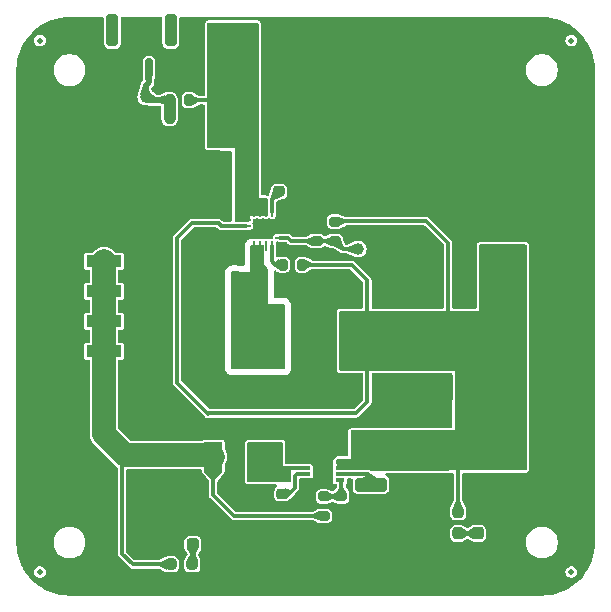
<source format=gtl>
G04 #@! TF.GenerationSoftware,KiCad,Pcbnew,8.0.1*
G04 #@! TF.CreationDate,2025-02-17T13:19:52+05:00*
G04 #@! TF.ProjectId,2s_power,32735f70-6f77-4657-922e-6b696361645f,rev?*
G04 #@! TF.SameCoordinates,Original*
G04 #@! TF.FileFunction,Copper,L1,Top*
G04 #@! TF.FilePolarity,Positive*
%FSLAX46Y46*%
G04 Gerber Fmt 4.6, Leading zero omitted, Abs format (unit mm)*
G04 Created by KiCad (PCBNEW 8.0.1) date 2025-02-17 13:19:52*
%MOMM*%
%LPD*%
G01*
G04 APERTURE LIST*
G04 Aperture macros list*
%AMRoundRect*
0 Rectangle with rounded corners*
0 $1 Rounding radius*
0 $2 $3 $4 $5 $6 $7 $8 $9 X,Y pos of 4 corners*
0 Add a 4 corners polygon primitive as box body*
4,1,4,$2,$3,$4,$5,$6,$7,$8,$9,$2,$3,0*
0 Add four circle primitives for the rounded corners*
1,1,$1+$1,$2,$3*
1,1,$1+$1,$4,$5*
1,1,$1+$1,$6,$7*
1,1,$1+$1,$8,$9*
0 Add four rect primitives between the rounded corners*
20,1,$1+$1,$2,$3,$4,$5,0*
20,1,$1+$1,$4,$5,$6,$7,0*
20,1,$1+$1,$6,$7,$8,$9,0*
20,1,$1+$1,$8,$9,$2,$3,0*%
G04 Aperture macros list end*
G04 #@! TA.AperFunction,SMDPad,CuDef*
%ADD10R,3.000000X1.000000*%
G04 #@! TD*
G04 #@! TA.AperFunction,SMDPad,CuDef*
%ADD11RoundRect,0.237500X-0.237500X0.250000X-0.237500X-0.250000X0.237500X-0.250000X0.237500X0.250000X0*%
G04 #@! TD*
G04 #@! TA.AperFunction,SMDPad,CuDef*
%ADD12R,3.500000X4.000000*%
G04 #@! TD*
G04 #@! TA.AperFunction,SMDPad,CuDef*
%ADD13RoundRect,0.250000X-1.100000X0.325000X-1.100000X-0.325000X1.100000X-0.325000X1.100000X0.325000X0*%
G04 #@! TD*
G04 #@! TA.AperFunction,SMDPad,CuDef*
%ADD14RoundRect,0.200000X-0.275000X0.200000X-0.275000X-0.200000X0.275000X-0.200000X0.275000X0.200000X0*%
G04 #@! TD*
G04 #@! TA.AperFunction,SMDPad,CuDef*
%ADD15C,1.000000*%
G04 #@! TD*
G04 #@! TA.AperFunction,SMDPad,CuDef*
%ADD16RoundRect,0.062500X0.062500X-0.350000X0.062500X0.350000X-0.062500X0.350000X-0.062500X-0.350000X0*%
G04 #@! TD*
G04 #@! TA.AperFunction,SMDPad,CuDef*
%ADD17RoundRect,0.062500X0.350000X-0.062500X0.350000X0.062500X-0.350000X0.062500X-0.350000X-0.062500X0*%
G04 #@! TD*
G04 #@! TA.AperFunction,HeatsinkPad*
%ADD18C,0.500000*%
G04 #@! TD*
G04 #@! TA.AperFunction,HeatsinkPad*
%ADD19R,1.680000X1.680000*%
G04 #@! TD*
G04 #@! TA.AperFunction,SMDPad,CuDef*
%ADD20R,1.500000X2.500000*%
G04 #@! TD*
G04 #@! TA.AperFunction,SMDPad,CuDef*
%ADD21C,0.500000*%
G04 #@! TD*
G04 #@! TA.AperFunction,SMDPad,CuDef*
%ADD22RoundRect,0.200000X0.275000X-0.200000X0.275000X0.200000X-0.275000X0.200000X-0.275000X-0.200000X0*%
G04 #@! TD*
G04 #@! TA.AperFunction,SMDPad,CuDef*
%ADD23RoundRect,0.200000X-0.200000X-0.275000X0.200000X-0.275000X0.200000X0.275000X-0.200000X0.275000X0*%
G04 #@! TD*
G04 #@! TA.AperFunction,SMDPad,CuDef*
%ADD24RoundRect,0.237500X-0.250000X-0.237500X0.250000X-0.237500X0.250000X0.237500X-0.250000X0.237500X0*%
G04 #@! TD*
G04 #@! TA.AperFunction,SMDPad,CuDef*
%ADD25RoundRect,0.225000X-0.250000X0.225000X-0.250000X-0.225000X0.250000X-0.225000X0.250000X0.225000X0*%
G04 #@! TD*
G04 #@! TA.AperFunction,SMDPad,CuDef*
%ADD26RoundRect,0.225000X0.250000X-0.225000X0.250000X0.225000X-0.250000X0.225000X-0.250000X-0.225000X0*%
G04 #@! TD*
G04 #@! TA.AperFunction,SMDPad,CuDef*
%ADD27RoundRect,0.250000X-0.325000X-1.100000X0.325000X-1.100000X0.325000X1.100000X-0.325000X1.100000X0*%
G04 #@! TD*
G04 #@! TA.AperFunction,SMDPad,CuDef*
%ADD28RoundRect,0.200000X0.200000X0.275000X-0.200000X0.275000X-0.200000X-0.275000X0.200000X-0.275000X0*%
G04 #@! TD*
G04 #@! TA.AperFunction,SMDPad,CuDef*
%ADD29R,0.750000X0.300000*%
G04 #@! TD*
G04 #@! TA.AperFunction,SMDPad,CuDef*
%ADD30R,1.750000X1.450000*%
G04 #@! TD*
G04 #@! TA.AperFunction,SMDPad,CuDef*
%ADD31RoundRect,0.237500X-0.237500X0.287500X-0.237500X-0.287500X0.237500X-0.287500X0.237500X0.287500X0*%
G04 #@! TD*
G04 #@! TA.AperFunction,SMDPad,CuDef*
%ADD32RoundRect,0.150000X0.150000X0.700000X-0.150000X0.700000X-0.150000X-0.700000X0.150000X-0.700000X0*%
G04 #@! TD*
G04 #@! TA.AperFunction,SMDPad,CuDef*
%ADD33RoundRect,0.250000X0.250000X1.100000X-0.250000X1.100000X-0.250000X-1.100000X0.250000X-1.100000X0*%
G04 #@! TD*
G04 #@! TA.AperFunction,SMDPad,CuDef*
%ADD34RoundRect,0.237500X-0.287500X-0.237500X0.287500X-0.237500X0.287500X0.237500X-0.287500X0.237500X0*%
G04 #@! TD*
G04 #@! TA.AperFunction,SMDPad,CuDef*
%ADD35RoundRect,0.225000X0.225000X0.250000X-0.225000X0.250000X-0.225000X-0.250000X0.225000X-0.250000X0*%
G04 #@! TD*
G04 #@! TA.AperFunction,ComponentPad*
%ADD36R,3.800000X3.800000*%
G04 #@! TD*
G04 #@! TA.AperFunction,ComponentPad*
%ADD37C,3.800000*%
G04 #@! TD*
G04 #@! TA.AperFunction,ViaPad*
%ADD38C,0.600000*%
G04 #@! TD*
G04 #@! TA.AperFunction,Conductor*
%ADD39C,0.300000*%
G04 #@! TD*
G04 #@! TA.AperFunction,Conductor*
%ADD40C,1.000000*%
G04 #@! TD*
G04 #@! TA.AperFunction,Conductor*
%ADD41C,0.500000*%
G04 #@! TD*
G04 #@! TA.AperFunction,Conductor*
%ADD42C,2.000000*%
G04 #@! TD*
G04 APERTURE END LIST*
D10*
X181880000Y-108810000D03*
X186920000Y-108810000D03*
X181880000Y-106270001D03*
X186920000Y-106270001D03*
X181880000Y-103729999D03*
X186920000Y-103729999D03*
X181880000Y-101190000D03*
X186920000Y-101190000D03*
D11*
X177901800Y-122410951D03*
X177901800Y-124235951D03*
D12*
X160725000Y-107875000D03*
X170225000Y-107875000D03*
D13*
X170525001Y-120100001D03*
X170525001Y-123050003D03*
D14*
X167475000Y-97825000D03*
X167475000Y-99475000D03*
D15*
X167000000Y-89375000D03*
D16*
X160625000Y-99900000D03*
X161125000Y-99900000D03*
X161625000Y-99900000D03*
X162125000Y-99900000D03*
D17*
X162837500Y-99187500D03*
X162837500Y-98687500D03*
X162837500Y-98187500D03*
X162837500Y-97687500D03*
D16*
X162125000Y-96975000D03*
X161625000Y-96975000D03*
X161125000Y-96975000D03*
X160625000Y-96975000D03*
D17*
X159912500Y-97687500D03*
X159912500Y-98187500D03*
X159912500Y-98687500D03*
X159912500Y-99187500D03*
D18*
X160785000Y-99027500D03*
X161965000Y-99027500D03*
D19*
X161375000Y-98437500D03*
D18*
X160785000Y-97847500D03*
X161965000Y-97847500D03*
D20*
X160875001Y-117750000D03*
X157174999Y-117750000D03*
D15*
X151328800Y-117445200D03*
D13*
X174101800Y-118017200D03*
X174101800Y-120967202D03*
D10*
X147920000Y-101190000D03*
X142880000Y-101190000D03*
X147920000Y-103730000D03*
X142880000Y-103730000D03*
X147920000Y-106270000D03*
X142880000Y-106270000D03*
X147920000Y-108810000D03*
X142880000Y-108810000D03*
D21*
X187500000Y-82500000D03*
X142500000Y-127500000D03*
D14*
X168025000Y-121100002D03*
X168025000Y-122750002D03*
D22*
X165925000Y-99475000D03*
X165925000Y-97825000D03*
D23*
X153475000Y-89050000D03*
X155125000Y-89050000D03*
D24*
X153576801Y-126854700D03*
X155401801Y-126854700D03*
D25*
X162750000Y-93725000D03*
X162750000Y-95275000D03*
D22*
X166525000Y-122750002D03*
X166525000Y-121100002D03*
D21*
X187500000Y-127500000D03*
D26*
X163025000Y-120875001D03*
X163025000Y-119325001D03*
D15*
X151450000Y-87275000D03*
X169450000Y-100150000D03*
X157475000Y-90700000D03*
D27*
X160200000Y-89300000D03*
X163150000Y-89300000D03*
D28*
X164700000Y-101475000D03*
X163050000Y-101475000D03*
X155125000Y-87550000D03*
X153475000Y-87550000D03*
D13*
X154271001Y-117593998D03*
X154271001Y-120544000D03*
D15*
X173975000Y-107050000D03*
D29*
X167912500Y-119712501D03*
X167912500Y-119212501D03*
X167912500Y-118712501D03*
X167912500Y-118212501D03*
X165012500Y-118212501D03*
X165012500Y-118712501D03*
X165012500Y-119212501D03*
X165012500Y-119712501D03*
D30*
X166462500Y-118962501D03*
D31*
X179551800Y-122473452D03*
X179551800Y-124223450D03*
D21*
X142500000Y-82500000D03*
D32*
X151725000Y-84850000D03*
X150475000Y-84850000D03*
D33*
X153575000Y-81650000D03*
X148625000Y-81650000D03*
D34*
X153701802Y-125129700D03*
X155451800Y-125129700D03*
D13*
X174225000Y-109449999D03*
X174225000Y-112400001D03*
D35*
X162150000Y-92075000D03*
X160600000Y-92075000D03*
D36*
X163800000Y-83400000D03*
D37*
X158800000Y-83400000D03*
D38*
X152120600Y-106781600D03*
X164475000Y-88425000D03*
X163225000Y-91425000D03*
X154660600Y-83921600D03*
X180901800Y-123048451D03*
X175600000Y-113850000D03*
X169900600Y-94081600D03*
X187680600Y-86461600D03*
X164820600Y-106781600D03*
X167950000Y-84425000D03*
X157200600Y-94081600D03*
X172440600Y-89001600D03*
X187680600Y-89001600D03*
X172440600Y-86461600D03*
X174175000Y-113850000D03*
X174980600Y-104241600D03*
X174980600Y-86461600D03*
X155001802Y-122292203D03*
X174980600Y-124561600D03*
X152120600Y-119481600D03*
X149580600Y-89001600D03*
X167360600Y-127101600D03*
X180851800Y-121848451D03*
X180060600Y-81381600D03*
X157825000Y-100575000D03*
X185140600Y-114401600D03*
X147040600Y-91541600D03*
X162280600Y-124561600D03*
X182600600Y-122021600D03*
X141960600Y-83921600D03*
X169900600Y-81381600D03*
X141960600Y-116941600D03*
X144500600Y-91541600D03*
X177520600Y-86461600D03*
X174980600Y-91541600D03*
X172950000Y-113850000D03*
X166400000Y-96700000D03*
X158675000Y-99750000D03*
X169900600Y-86461600D03*
X187680600Y-119481600D03*
X172440600Y-81381600D03*
X158650000Y-100600000D03*
X167360600Y-104241600D03*
X187680600Y-99161600D03*
X149580600Y-91541600D03*
X155350000Y-90200000D03*
X167360600Y-124561600D03*
X164775000Y-97450000D03*
X159740600Y-127101600D03*
X167225000Y-85675000D03*
X157875000Y-98875000D03*
X182600600Y-94081600D03*
X187680600Y-122021600D03*
X152120600Y-104241600D03*
X185140600Y-119481600D03*
X144500600Y-127101600D03*
X174980600Y-127101600D03*
X169900600Y-91541600D03*
X177520600Y-83921600D03*
X167625000Y-82275000D03*
X164820600Y-104241600D03*
X182600600Y-127101600D03*
X180060600Y-96621600D03*
X162280600Y-111861600D03*
X164425000Y-86900000D03*
X172440600Y-99161600D03*
X180060600Y-94081600D03*
X154226800Y-123679700D03*
X141960600Y-94081600D03*
X144500600Y-111861600D03*
X182600600Y-124561600D03*
X180060600Y-89001600D03*
X185140600Y-89001600D03*
X152120600Y-99161600D03*
X185140600Y-122021600D03*
X169900600Y-96621600D03*
X157200600Y-106781600D03*
X147040600Y-86461600D03*
X187680600Y-124561600D03*
X185140600Y-111861600D03*
X167113000Y-117098601D03*
X159740600Y-124561600D03*
X152120600Y-111861600D03*
X147040600Y-83921600D03*
X174980600Y-83921600D03*
X174980600Y-119481600D03*
X144500600Y-119481600D03*
X174980600Y-94081600D03*
X187680600Y-91541600D03*
X180060600Y-99161600D03*
X164820600Y-91541600D03*
X162280600Y-86461600D03*
X174980600Y-101701600D03*
X147040600Y-127101600D03*
X174851802Y-122317201D03*
X180060600Y-91541600D03*
X172440600Y-104241600D03*
X157200600Y-127101600D03*
X164900000Y-98475000D03*
X152120600Y-94081600D03*
X180060600Y-127101600D03*
X174980600Y-89001600D03*
X167360600Y-91541600D03*
X185140600Y-116941600D03*
X147040600Y-96621600D03*
X149580600Y-94081600D03*
X172440600Y-83921600D03*
X166650000Y-81000000D03*
X152120600Y-91541600D03*
X172440600Y-96621600D03*
X147040600Y-81381600D03*
X162280600Y-127101600D03*
X153501804Y-122292203D03*
X147040600Y-94081600D03*
X164820600Y-111861600D03*
X154660600Y-94081600D03*
X158700000Y-98900000D03*
X154660600Y-114401600D03*
X141960600Y-96621600D03*
X152120600Y-101701600D03*
X174980600Y-96621600D03*
X172440600Y-94081600D03*
X164820600Y-127101600D03*
X141960600Y-122021600D03*
X141960600Y-91541600D03*
X169900600Y-127101600D03*
X174980600Y-81381600D03*
X182600600Y-119481600D03*
X141960600Y-99161600D03*
X185140600Y-99161600D03*
X182600600Y-89001600D03*
X185140600Y-127101600D03*
X182600600Y-91541600D03*
X141960600Y-111861600D03*
X185140600Y-81381600D03*
X167360600Y-94081600D03*
X177520600Y-91541600D03*
X152120600Y-109321600D03*
X167360600Y-111861600D03*
X177520600Y-81381600D03*
X147040600Y-124561600D03*
X159740600Y-111861600D03*
X169900600Y-89001600D03*
X172440600Y-101701600D03*
X185140600Y-94081600D03*
X154660600Y-96621600D03*
X157200600Y-124561600D03*
X169900600Y-83921600D03*
X187680600Y-96621600D03*
X173351802Y-122317200D03*
X171286001Y-124357001D03*
X141960600Y-124561600D03*
X187680600Y-114401600D03*
X157850000Y-99775000D03*
X147040600Y-99161600D03*
X144500600Y-116941600D03*
X172440600Y-127101600D03*
X141960600Y-114401600D03*
X149580600Y-99161600D03*
X144500600Y-94081600D03*
X144500600Y-99161600D03*
X172440600Y-91541600D03*
X187680600Y-111861600D03*
X180060600Y-83921600D03*
X157200600Y-111861600D03*
X177520600Y-127101600D03*
X157200600Y-109321600D03*
X153226801Y-123779700D03*
X177520600Y-96621600D03*
X152120600Y-114401600D03*
X182600600Y-96621600D03*
X165817600Y-116895401D03*
X144500600Y-122021600D03*
X164820600Y-124561600D03*
X152120600Y-96621600D03*
X180060600Y-86461600D03*
X165675000Y-96675000D03*
X144500600Y-89001600D03*
X152120600Y-81381600D03*
X163250000Y-92200000D03*
X144500600Y-96621600D03*
X187680600Y-116941600D03*
X152120600Y-89001600D03*
X141960600Y-119481600D03*
X182600600Y-99161600D03*
X180060600Y-119481600D03*
X185140600Y-91541600D03*
X185140600Y-96621600D03*
X166475000Y-86575000D03*
X182600600Y-83921600D03*
X164250000Y-96550000D03*
X147040600Y-89001600D03*
X187680600Y-83921600D03*
X141960600Y-89001600D03*
X149580600Y-96621600D03*
X182600600Y-86461600D03*
X147040600Y-122021600D03*
X163875000Y-93550000D03*
X169786001Y-124357000D03*
X157200600Y-104241600D03*
X147040600Y-119481600D03*
X164550000Y-89900000D03*
X177520600Y-89001600D03*
X164820600Y-109321600D03*
X144500600Y-114401600D03*
X177520600Y-94081600D03*
X157200600Y-96621600D03*
X150925000Y-83125000D03*
X150125000Y-86475000D03*
X144500600Y-81381600D03*
X141960600Y-86461600D03*
X187680600Y-94081600D03*
X182600600Y-81381600D03*
D39*
X155125000Y-87550000D02*
X157050000Y-87550000D01*
X157050000Y-87550000D02*
X158800000Y-89300000D01*
X158800000Y-89300000D02*
X160200000Y-89300000D01*
D40*
X155125000Y-89050000D02*
X155125000Y-89975000D01*
X170535999Y-123607001D02*
X169786001Y-124357000D01*
X168025000Y-122750001D02*
X170224999Y-122750001D01*
D39*
X165925000Y-96925000D02*
X165675000Y-96675000D01*
D40*
X166462500Y-117540301D02*
X166462500Y-118962501D01*
D39*
X180476799Y-122473452D02*
X180851800Y-122098451D01*
X165925000Y-97175000D02*
X166400000Y-96700000D01*
D40*
X167113000Y-117098601D02*
X166462500Y-117749101D01*
D41*
X150475000Y-84850000D02*
X150475000Y-83575000D01*
D39*
X179551800Y-122473452D02*
X180476799Y-122473452D01*
D40*
X174101800Y-121567201D02*
X173351802Y-122317200D01*
D39*
X153701802Y-124204698D02*
X154226800Y-123679700D01*
D40*
X170224999Y-122750001D02*
X170525001Y-123050003D01*
X155125000Y-89975000D02*
X155350000Y-90200000D01*
D39*
X165012500Y-118212501D02*
X165712500Y-118212501D01*
D40*
X171286001Y-124357001D02*
X170409001Y-123480000D01*
D39*
X180901800Y-123048451D02*
X180901800Y-122898453D01*
D40*
X154251800Y-121542205D02*
X153501804Y-122292203D01*
D39*
X165712501Y-119712501D02*
X166462500Y-118962501D01*
X165012500Y-119712501D02*
X165712501Y-119712501D01*
X153701802Y-125129700D02*
X153701802Y-124254701D01*
X164250000Y-96550000D02*
X164250000Y-97025000D01*
X165925000Y-97825000D02*
X165925000Y-96925000D01*
D40*
X154271001Y-120544000D02*
X154271001Y-121561402D01*
D41*
X150475000Y-84850000D02*
X150475000Y-86125000D01*
D39*
X164900000Y-98475000D02*
X164687500Y-98687500D01*
X180901800Y-122898453D02*
X180476799Y-122473452D01*
X153701802Y-125129700D02*
X153701802Y-124204698D01*
X153701802Y-124254701D02*
X153226801Y-123779700D01*
X164775000Y-97450000D02*
X164037500Y-98187500D01*
D41*
X150475000Y-83575000D02*
X150925000Y-83125000D01*
D40*
X166462500Y-117749101D02*
X166462500Y-118962501D01*
X174851802Y-122317201D02*
X173974802Y-121440200D01*
D39*
X163587500Y-97687500D02*
X162837500Y-97687500D01*
X165712500Y-118212501D02*
X166462500Y-118962501D01*
X164037500Y-98187500D02*
X162837500Y-98187500D01*
D41*
X150475000Y-86125000D02*
X150125000Y-86475000D01*
D40*
X154271001Y-121561402D02*
X155001802Y-122292203D01*
D39*
X164250000Y-97025000D02*
X163587500Y-97687500D01*
X180851800Y-122098451D02*
X180851800Y-121848451D01*
D40*
X165817600Y-116895401D02*
X166462500Y-117540301D01*
D39*
X164687500Y-98687500D02*
X162837500Y-98687500D01*
X168900000Y-101475000D02*
X170225000Y-102800000D01*
X177075000Y-99650000D02*
X175225000Y-97800000D01*
X169225000Y-114075000D02*
X156750000Y-114075000D01*
X170225000Y-107875000D02*
X170225000Y-113075000D01*
X154100000Y-111475000D02*
X154100000Y-99225000D01*
X155350000Y-97975000D02*
X157625000Y-97975000D01*
X154100000Y-99225000D02*
X155350000Y-97975000D01*
X175225000Y-97800000D02*
X167500000Y-97800000D01*
X156725000Y-114100000D02*
X154100000Y-111475000D01*
X156750000Y-114075000D02*
X156725000Y-114100000D01*
X167500000Y-97800000D02*
X167475000Y-97825000D01*
X177901800Y-122410951D02*
X177901800Y-118273451D01*
X177075000Y-106225000D02*
X177075000Y-99650000D01*
X170225000Y-102800000D02*
X170225000Y-107875000D01*
X157837500Y-98187500D02*
X159912500Y-98187500D01*
X170225000Y-113075000D02*
X169225000Y-114075000D01*
X157625000Y-97975000D02*
X157837500Y-98187500D01*
X164700000Y-101475000D02*
X168900000Y-101475000D01*
X162125000Y-96975000D02*
X162125000Y-95900000D01*
X162125000Y-95900000D02*
X162750000Y-95275000D01*
X169450000Y-100150000D02*
X168150000Y-100150000D01*
X162837500Y-99187500D02*
X163484320Y-99187500D01*
X168150000Y-100150000D02*
X167475000Y-99475000D01*
X165450000Y-99475000D02*
X167475000Y-99475000D01*
X163771820Y-99475000D02*
X165925000Y-99475000D01*
X163484320Y-99187500D02*
X163771820Y-99475000D01*
X163050000Y-101475000D02*
X162400000Y-101475000D01*
X162400000Y-101475000D02*
X162125000Y-101200000D01*
X162125000Y-101200000D02*
X162125000Y-99900000D01*
X164090400Y-120375201D02*
X164090400Y-119409601D01*
X164287500Y-119212501D02*
X165012499Y-119212501D01*
X164090400Y-119409601D02*
X164287500Y-119212501D01*
X163025000Y-120875001D02*
X163590600Y-120875001D01*
X163590600Y-120875001D02*
X164090400Y-120375201D01*
X170525001Y-119450001D02*
X170525001Y-120100001D01*
X167912500Y-119212501D02*
X170287501Y-119212501D01*
X170287501Y-119212501D02*
X170525001Y-119450001D01*
X154122203Y-117445200D02*
X154271001Y-117593998D01*
X149451800Y-125967201D02*
X150339299Y-126854700D01*
X150339299Y-126854700D02*
X153576801Y-126854700D01*
X149451800Y-118367201D02*
X149451800Y-125967201D01*
X151328800Y-117445200D02*
X154122203Y-117445200D01*
D42*
X147920000Y-115835401D02*
X147920000Y-101190000D01*
D39*
X151126800Y-117243200D02*
X151328800Y-117445200D01*
D42*
X154271001Y-117593998D02*
X157018997Y-117593998D01*
X157018997Y-117593998D02*
X157174999Y-117750000D01*
D39*
X151328800Y-117445200D02*
X150373801Y-117445200D01*
D42*
X149678597Y-117593998D02*
X147920000Y-115835401D01*
D39*
X157174999Y-120979999D02*
X158945001Y-122750001D01*
D42*
X154271001Y-117593998D02*
X149678597Y-117593998D01*
D39*
X157174999Y-117750000D02*
X157174999Y-120979999D01*
X158945001Y-122750001D02*
X166525000Y-122750001D01*
X150373801Y-117445200D02*
X149451800Y-118367201D01*
D41*
X151725000Y-84850000D02*
X151725000Y-86050000D01*
X151450000Y-87275000D02*
X151725000Y-87550000D01*
X151725000Y-86050000D02*
X151450000Y-86325000D01*
X151725000Y-87550000D02*
X153475000Y-87550000D01*
D40*
X153475000Y-89050000D02*
X153475000Y-87550000D01*
D41*
X151450000Y-86325000D02*
X151450000Y-87275000D01*
D39*
X166524999Y-121100001D02*
X168025001Y-121100001D01*
X168025000Y-119825000D02*
X167912500Y-119712500D01*
X168025001Y-121100001D02*
X168025000Y-119825000D01*
X155451800Y-125129699D02*
X155451800Y-126804701D01*
X177901800Y-124235951D02*
X179539299Y-124235951D01*
X179539299Y-124235951D02*
X179551800Y-124223450D01*
G04 #@! TA.AperFunction,Conductor*
G36*
X163004069Y-116509818D02*
G01*
X163043665Y-116564318D01*
X163049000Y-116598001D01*
X163049000Y-118546401D01*
X164525597Y-118546401D01*
X164548408Y-118550939D01*
X164548740Y-118549273D01*
X164559267Y-118551367D01*
X164559269Y-118551368D01*
X164617752Y-118563001D01*
X164966356Y-118563001D01*
X165278000Y-118563001D01*
X165342069Y-118583818D01*
X165381665Y-118638318D01*
X165387000Y-118672001D01*
X165387000Y-118753001D01*
X165366183Y-118817070D01*
X165311683Y-118856666D01*
X165278000Y-118862001D01*
X164241356Y-118862001D01*
X164152212Y-118885886D01*
X164149595Y-118887398D01*
X164146674Y-118888180D01*
X164145611Y-118888621D01*
X164145553Y-118888481D01*
X164095095Y-118902001D01*
X163760200Y-118902001D01*
X163760200Y-118902002D01*
X163760200Y-119273345D01*
X163756486Y-119301556D01*
X163739900Y-119363457D01*
X163739900Y-119758201D01*
X163719083Y-119822270D01*
X163664583Y-119861866D01*
X163630900Y-119867201D01*
X160160800Y-119867201D01*
X160096731Y-119846384D01*
X160057135Y-119791884D01*
X160051800Y-119758201D01*
X160051800Y-116598001D01*
X160072617Y-116533932D01*
X160127117Y-116494336D01*
X160160800Y-116489001D01*
X162940000Y-116489001D01*
X163004069Y-116509818D01*
G37*
G04 #@! TD.AperFunction*
G04 #@! TA.AperFunction,Conductor*
G36*
X183668039Y-99769685D02*
G01*
X183713794Y-99822489D01*
X183725000Y-99874000D01*
X183725000Y-110398579D01*
X183705315Y-110465618D01*
X183700000Y-110472208D01*
X183700000Y-110474960D01*
X177645446Y-110465440D01*
X177645447Y-110465440D01*
X177622045Y-110465403D01*
X167948805Y-110450194D01*
X167881797Y-110430404D01*
X167836125Y-110377528D01*
X167825000Y-110326194D01*
X167825000Y-105524000D01*
X167844685Y-105456961D01*
X167897489Y-105411206D01*
X167949000Y-105400000D01*
X179675000Y-105400000D01*
X179675000Y-99874000D01*
X179694685Y-99806961D01*
X179747489Y-99761206D01*
X179799000Y-99750000D01*
X183601000Y-99750000D01*
X183668039Y-99769685D01*
G37*
G04 #@! TD.AperFunction*
G04 #@! TA.AperFunction,Conductor*
G36*
X183700000Y-109375000D02*
G01*
X183700000Y-110472208D01*
X183700000Y-118776192D01*
X183680315Y-118843231D01*
X183627511Y-118888986D01*
X183576193Y-118900192D01*
X170516220Y-118920535D01*
X170454027Y-118903922D01*
X170422791Y-118885888D01*
X170422790Y-118885887D01*
X170422789Y-118885887D01*
X170333645Y-118862001D01*
X170333644Y-118862001D01*
X167774000Y-118862001D01*
X167706961Y-118842316D01*
X167661206Y-118789512D01*
X167650000Y-118738001D01*
X167650000Y-118024000D01*
X167669685Y-117956961D01*
X167722489Y-117911206D01*
X167774000Y-117900000D01*
X168800000Y-117900000D01*
X168800000Y-115623649D01*
X168819685Y-115556610D01*
X168872489Y-115510855D01*
X168923645Y-115499649D01*
X177625000Y-115475000D01*
X177645447Y-110465440D01*
X177650000Y-109350000D01*
X183700000Y-109375000D01*
G37*
G04 #@! TD.AperFunction*
G04 #@! TA.AperFunction,Conductor*
G36*
X160968039Y-81019685D02*
G01*
X161013794Y-81072489D01*
X161025000Y-81124000D01*
X161025000Y-95825000D01*
X161650500Y-95825000D01*
X161717539Y-95844685D01*
X161763294Y-95897489D01*
X161774500Y-95949000D01*
X161774500Y-95993064D01*
X161774335Y-95996059D01*
X161774447Y-95999863D01*
X161774500Y-96003502D01*
X161774500Y-97021143D01*
X161795275Y-97098677D01*
X161799500Y-97130770D01*
X161799500Y-97201000D01*
X161779815Y-97268039D01*
X161727011Y-97313794D01*
X161675500Y-97325000D01*
X160300000Y-97325000D01*
X160300000Y-97701000D01*
X160280315Y-97768039D01*
X160227511Y-97813794D01*
X160176000Y-97825000D01*
X159099000Y-97825000D01*
X159031961Y-97805315D01*
X158986206Y-97752511D01*
X158975000Y-97701000D01*
X158975000Y-91625000D01*
X156797363Y-91601330D01*
X156730542Y-91580918D01*
X156685363Y-91527619D01*
X156674711Y-91477629D01*
X156650293Y-81124292D01*
X156669820Y-81057207D01*
X156722516Y-81011327D01*
X156774293Y-81000000D01*
X160901000Y-81000000D01*
X160968039Y-81019685D01*
G37*
G04 #@! TD.AperFunction*
G04 #@! TA.AperFunction,Conductor*
G36*
X161417539Y-99797684D02*
G01*
X161463294Y-99850488D01*
X161474500Y-99901999D01*
X161474500Y-101264071D01*
X161498626Y-101385354D01*
X161498626Y-101385362D01*
X161498628Y-101385362D01*
X161499499Y-101389745D01*
X161548532Y-101508123D01*
X161619726Y-101614673D01*
X161752795Y-101747742D01*
X161786280Y-101809065D01*
X161789113Y-101836013D01*
X161775000Y-104800000D01*
X163126000Y-104800000D01*
X163193039Y-104819685D01*
X163238794Y-104872489D01*
X163250000Y-104924000D01*
X163250000Y-110225320D01*
X163230315Y-110292359D01*
X163177511Y-110338114D01*
X163125322Y-110349318D01*
X158797949Y-110325671D01*
X158731019Y-110305621D01*
X158685553Y-110252567D01*
X158674628Y-110202050D01*
X158650381Y-102176243D01*
X158669863Y-102109146D01*
X158722528Y-102063232D01*
X158776230Y-102051884D01*
X159937807Y-102069221D01*
X160324999Y-102075000D01*
X160324999Y-102074999D01*
X160325000Y-102075000D01*
X160325000Y-99916291D01*
X160344685Y-99849252D01*
X160397489Y-99803497D01*
X160402058Y-99801858D01*
X160401960Y-99801621D01*
X160412189Y-99797383D01*
X160436211Y-99787432D01*
X160483805Y-99779379D01*
X160483805Y-99778000D01*
X160487126Y-99777999D01*
X160487127Y-99778000D01*
X160735885Y-99777999D01*
X160749771Y-99778779D01*
X160784999Y-99782749D01*
X160784999Y-99782748D01*
X160785000Y-99782749D01*
X160820228Y-99778779D01*
X160834114Y-99777999D01*
X161350500Y-99777999D01*
X161417539Y-99797684D01*
G37*
G04 #@! TD.AperFunction*
G04 #@! TA.AperFunction,Conductor*
G36*
X147867539Y-80520185D02*
G01*
X147913294Y-80572989D01*
X147924500Y-80624500D01*
X147924500Y-82804269D01*
X147927353Y-82834699D01*
X147927353Y-82834701D01*
X147971182Y-82959953D01*
X147972207Y-82962882D01*
X148052850Y-83072150D01*
X148162118Y-83152793D01*
X148204845Y-83167744D01*
X148290299Y-83197646D01*
X148320730Y-83200500D01*
X148320734Y-83200500D01*
X148929270Y-83200500D01*
X148959699Y-83197646D01*
X148959701Y-83197646D01*
X149023790Y-83175219D01*
X149087882Y-83152793D01*
X149197150Y-83072150D01*
X149277793Y-82962882D01*
X149306045Y-82882143D01*
X149322646Y-82834701D01*
X149322646Y-82834699D01*
X149325500Y-82804269D01*
X149325500Y-80624500D01*
X149345185Y-80557461D01*
X149397989Y-80511706D01*
X149449500Y-80500500D01*
X152750500Y-80500500D01*
X152817539Y-80520185D01*
X152863294Y-80572989D01*
X152874500Y-80624500D01*
X152874500Y-82804269D01*
X152877353Y-82834699D01*
X152877353Y-82834701D01*
X152921182Y-82959953D01*
X152922207Y-82962882D01*
X153002850Y-83072150D01*
X153112118Y-83152793D01*
X153154845Y-83167744D01*
X153240299Y-83197646D01*
X153270730Y-83200500D01*
X153270734Y-83200500D01*
X153879270Y-83200500D01*
X153909699Y-83197646D01*
X153909701Y-83197646D01*
X153973790Y-83175219D01*
X154037882Y-83152793D01*
X154147150Y-83072150D01*
X154227793Y-82962882D01*
X154256045Y-82882143D01*
X154272646Y-82834701D01*
X154272646Y-82834699D01*
X154275500Y-82804269D01*
X154275500Y-80624500D01*
X154295185Y-80557461D01*
X154347989Y-80511706D01*
X154399500Y-80500500D01*
X184934108Y-80500500D01*
X184997294Y-80500500D01*
X185002702Y-80500617D01*
X185386771Y-80517386D01*
X185397506Y-80518326D01*
X185775971Y-80568152D01*
X185786597Y-80570025D01*
X186159284Y-80652648D01*
X186169710Y-80655442D01*
X186533765Y-80770227D01*
X186543911Y-80773920D01*
X186896578Y-80920000D01*
X186906369Y-80924566D01*
X187179711Y-81066859D01*
X187244942Y-81100816D01*
X187254310Y-81106224D01*
X187576244Y-81311318D01*
X187585105Y-81317523D01*
X187887930Y-81549889D01*
X187896217Y-81556843D01*
X188177635Y-81814715D01*
X188185284Y-81822364D01*
X188443156Y-82103782D01*
X188450110Y-82112069D01*
X188682476Y-82414894D01*
X188688681Y-82423755D01*
X188893775Y-82745689D01*
X188899183Y-82755057D01*
X189075430Y-83093623D01*
X189080002Y-83103427D01*
X189226075Y-83456078D01*
X189229775Y-83466244D01*
X189344554Y-83830278D01*
X189347354Y-83840727D01*
X189429971Y-84213389D01*
X189431849Y-84224042D01*
X189481671Y-84602473D01*
X189482614Y-84613249D01*
X189499382Y-84997297D01*
X189499500Y-85002706D01*
X189499500Y-124997293D01*
X189499382Y-125002702D01*
X189482614Y-125386750D01*
X189481671Y-125397526D01*
X189431849Y-125775957D01*
X189429971Y-125786610D01*
X189347354Y-126159272D01*
X189344554Y-126169721D01*
X189229775Y-126533755D01*
X189226075Y-126543921D01*
X189080002Y-126896572D01*
X189075430Y-126906376D01*
X188899183Y-127244942D01*
X188893775Y-127254310D01*
X188688681Y-127576244D01*
X188682476Y-127585105D01*
X188450110Y-127887930D01*
X188443156Y-127896217D01*
X188185284Y-128177635D01*
X188177635Y-128185284D01*
X187896217Y-128443156D01*
X187887930Y-128450110D01*
X187585105Y-128682476D01*
X187576244Y-128688681D01*
X187254310Y-128893775D01*
X187244942Y-128899183D01*
X186906376Y-129075430D01*
X186896572Y-129080002D01*
X186543921Y-129226075D01*
X186533755Y-129229775D01*
X186169721Y-129344554D01*
X186159272Y-129347354D01*
X185786610Y-129429971D01*
X185775957Y-129431849D01*
X185397526Y-129481671D01*
X185386750Y-129482614D01*
X185002703Y-129499382D01*
X184997294Y-129499500D01*
X145002706Y-129499500D01*
X144997297Y-129499382D01*
X144613249Y-129482614D01*
X144602473Y-129481671D01*
X144224042Y-129431849D01*
X144213389Y-129429971D01*
X143840727Y-129347354D01*
X143830278Y-129344554D01*
X143466244Y-129229775D01*
X143456078Y-129226075D01*
X143103427Y-129080002D01*
X143093623Y-129075430D01*
X142755057Y-128899183D01*
X142745689Y-128893775D01*
X142423755Y-128688681D01*
X142414894Y-128682476D01*
X142112069Y-128450110D01*
X142103782Y-128443156D01*
X141822364Y-128185284D01*
X141814715Y-128177635D01*
X141556843Y-127896217D01*
X141549889Y-127887930D01*
X141317523Y-127585105D01*
X141311318Y-127576244D01*
X141262745Y-127500000D01*
X141994353Y-127500000D01*
X142014834Y-127642456D01*
X142074622Y-127773371D01*
X142074623Y-127773373D01*
X142168872Y-127882143D01*
X142289947Y-127959953D01*
X142289950Y-127959954D01*
X142289949Y-127959954D01*
X142428036Y-128000499D01*
X142428038Y-128000500D01*
X142428039Y-128000500D01*
X142571962Y-128000500D01*
X142571962Y-128000499D01*
X142710053Y-127959953D01*
X142831128Y-127882143D01*
X142925377Y-127773373D01*
X142985165Y-127642457D01*
X143005647Y-127500000D01*
X142985165Y-127357543D01*
X142925377Y-127226627D01*
X142831128Y-127117857D01*
X142710053Y-127040047D01*
X142710051Y-127040046D01*
X142710049Y-127040045D01*
X142710050Y-127040045D01*
X142571963Y-126999500D01*
X142571961Y-126999500D01*
X142428039Y-126999500D01*
X142428036Y-126999500D01*
X142289949Y-127040045D01*
X142168873Y-127117856D01*
X142074623Y-127226626D01*
X142074622Y-127226628D01*
X142014834Y-127357543D01*
X141994353Y-127500000D01*
X141262745Y-127500000D01*
X141171990Y-127357543D01*
X141106223Y-127254309D01*
X141100816Y-127244942D01*
X141064171Y-127174548D01*
X140924566Y-126906369D01*
X140919997Y-126896572D01*
X140773924Y-126543921D01*
X140770224Y-126533755D01*
X140655442Y-126169710D01*
X140652648Y-126159284D01*
X140570025Y-125786597D01*
X140568152Y-125775971D01*
X140518326Y-125397506D01*
X140517386Y-125386771D01*
X140505140Y-125106287D01*
X143649500Y-125106287D01*
X143682754Y-125316243D01*
X143705663Y-125386750D01*
X143748444Y-125518414D01*
X143844951Y-125707820D01*
X143969890Y-125879786D01*
X144120213Y-126030109D01*
X144292179Y-126155048D01*
X144292181Y-126155049D01*
X144292184Y-126155051D01*
X144481588Y-126251557D01*
X144683757Y-126317246D01*
X144893713Y-126350500D01*
X144893714Y-126350500D01*
X145106286Y-126350500D01*
X145106287Y-126350500D01*
X145316243Y-126317246D01*
X145518412Y-126251557D01*
X145707816Y-126155051D01*
X145780162Y-126102489D01*
X145879786Y-126030109D01*
X145879793Y-126030103D01*
X145947609Y-125962287D01*
X146030104Y-125879792D01*
X146030106Y-125879788D01*
X146030109Y-125879786D01*
X146155048Y-125707820D01*
X146155047Y-125707820D01*
X146155051Y-125707816D01*
X146251557Y-125518412D01*
X146317246Y-125316243D01*
X146350500Y-125106287D01*
X146350500Y-124893713D01*
X146317246Y-124683757D01*
X146251557Y-124481588D01*
X146155051Y-124292184D01*
X146155049Y-124292181D01*
X146155048Y-124292179D01*
X146030109Y-124120213D01*
X145879786Y-123969890D01*
X145707820Y-123844951D01*
X145518414Y-123748444D01*
X145518413Y-123748443D01*
X145518412Y-123748443D01*
X145316243Y-123682754D01*
X145316241Y-123682753D01*
X145316240Y-123682753D01*
X145154957Y-123657208D01*
X145106287Y-123649500D01*
X144893713Y-123649500D01*
X144845042Y-123657208D01*
X144683760Y-123682753D01*
X144481585Y-123748444D01*
X144292179Y-123844951D01*
X144120213Y-123969890D01*
X143969890Y-124120213D01*
X143844951Y-124292179D01*
X143748444Y-124481585D01*
X143682753Y-124683760D01*
X143660516Y-124824160D01*
X143649500Y-124893713D01*
X143649500Y-125106287D01*
X140505140Y-125106287D01*
X140500618Y-125002702D01*
X140500500Y-124997293D01*
X140500500Y-109329752D01*
X146219500Y-109329752D01*
X146231131Y-109388229D01*
X146231132Y-109388230D01*
X146275447Y-109454552D01*
X146341769Y-109498867D01*
X146341770Y-109498868D01*
X146400247Y-109510499D01*
X146400250Y-109510500D01*
X146400252Y-109510500D01*
X146595500Y-109510500D01*
X146662539Y-109530185D01*
X146708294Y-109582989D01*
X146719500Y-109634500D01*
X146719500Y-115929887D01*
X146749059Y-116116519D01*
X146807454Y-116296237D01*
X146871417Y-116421770D01*
X146893240Y-116464600D01*
X147004310Y-116617475D01*
X148762907Y-118376071D01*
X148896524Y-118509688D01*
X149049398Y-118620758D01*
X149049400Y-118620759D01*
X149050186Y-118621330D01*
X149092851Y-118676660D01*
X149101300Y-118721648D01*
X149101300Y-126013345D01*
X149105791Y-126030104D01*
X149117206Y-126072708D01*
X149125187Y-126102491D01*
X149171327Y-126182409D01*
X149171329Y-126182412D01*
X149171330Y-126182413D01*
X150124087Y-127135170D01*
X150192294Y-127174549D01*
X150204011Y-127181314D01*
X150293155Y-127205200D01*
X152527261Y-127205200D01*
X152582159Y-127218014D01*
X152636697Y-127244942D01*
X153108842Y-127478063D01*
X153111865Y-127479609D01*
X153122964Y-127485475D01*
X153128901Y-127487968D01*
X153136213Y-127491578D01*
X153194890Y-127510260D01*
X153194891Y-127510260D01*
X153198870Y-127511527D01*
X153202128Y-127512614D01*
X153244452Y-127527425D01*
X153257134Y-127528614D01*
X153274041Y-127530200D01*
X153274045Y-127530200D01*
X153879561Y-127530200D01*
X153909150Y-127527425D01*
X154033776Y-127483816D01*
X154140012Y-127405411D01*
X154218417Y-127299175D01*
X154262026Y-127174549D01*
X154262026Y-127174548D01*
X154262027Y-127174548D01*
X154264801Y-127144960D01*
X154713801Y-127144960D01*
X154716575Y-127174548D01*
X154760185Y-127299176D01*
X154838589Y-127405410D01*
X154838590Y-127405411D01*
X154944824Y-127483815D01*
X154944825Y-127483815D01*
X154944826Y-127483816D01*
X155069452Y-127527425D01*
X155069451Y-127527425D01*
X155099041Y-127530200D01*
X155099045Y-127530200D01*
X155704561Y-127530200D01*
X155734150Y-127527425D01*
X155812525Y-127500000D01*
X186994353Y-127500000D01*
X187014834Y-127642456D01*
X187074622Y-127773371D01*
X187074623Y-127773373D01*
X187168872Y-127882143D01*
X187289947Y-127959953D01*
X187289950Y-127959954D01*
X187289949Y-127959954D01*
X187428036Y-128000499D01*
X187428038Y-128000500D01*
X187428039Y-128000500D01*
X187571962Y-128000500D01*
X187571962Y-128000499D01*
X187710053Y-127959953D01*
X187831128Y-127882143D01*
X187925377Y-127773373D01*
X187985165Y-127642457D01*
X188005647Y-127500000D01*
X187985165Y-127357543D01*
X187925377Y-127226627D01*
X187831128Y-127117857D01*
X187710053Y-127040047D01*
X187710051Y-127040046D01*
X187710049Y-127040045D01*
X187710050Y-127040045D01*
X187571963Y-126999500D01*
X187571961Y-126999500D01*
X187428039Y-126999500D01*
X187428036Y-126999500D01*
X187289949Y-127040045D01*
X187168873Y-127117856D01*
X187074623Y-127226626D01*
X187074622Y-127226628D01*
X187014834Y-127357543D01*
X186994353Y-127500000D01*
X155812525Y-127500000D01*
X155858776Y-127483816D01*
X155965012Y-127405411D01*
X156043417Y-127299175D01*
X156087026Y-127174549D01*
X156087026Y-127174548D01*
X156087027Y-127174548D01*
X156089801Y-127144960D01*
X156089801Y-126564439D01*
X156087027Y-126534860D01*
X156087026Y-126534859D01*
X156087026Y-126534851D01*
X156064319Y-126469962D01*
X156060156Y-126455182D01*
X156055979Y-126435834D01*
X155898590Y-126072708D01*
X155889991Y-126003370D01*
X155904466Y-125962287D01*
X155951189Y-125879790D01*
X156098705Y-125619328D01*
X156106813Y-125606831D01*
X156130916Y-125574175D01*
X156174525Y-125449549D01*
X156177300Y-125419956D01*
X156177300Y-125106287D01*
X183649500Y-125106287D01*
X183682754Y-125316243D01*
X183705663Y-125386750D01*
X183748444Y-125518414D01*
X183844951Y-125707820D01*
X183969890Y-125879786D01*
X184120213Y-126030109D01*
X184292179Y-126155048D01*
X184292181Y-126155049D01*
X184292184Y-126155051D01*
X184481588Y-126251557D01*
X184683757Y-126317246D01*
X184893713Y-126350500D01*
X184893714Y-126350500D01*
X185106286Y-126350500D01*
X185106287Y-126350500D01*
X185316243Y-126317246D01*
X185518412Y-126251557D01*
X185707816Y-126155051D01*
X185780162Y-126102489D01*
X185879786Y-126030109D01*
X185879793Y-126030103D01*
X185947609Y-125962287D01*
X186030104Y-125879792D01*
X186030106Y-125879788D01*
X186030109Y-125879786D01*
X186155048Y-125707820D01*
X186155047Y-125707820D01*
X186155051Y-125707816D01*
X186251557Y-125518412D01*
X186317246Y-125316243D01*
X186350500Y-125106287D01*
X186350500Y-124893713D01*
X186317246Y-124683757D01*
X186251557Y-124481588D01*
X186155051Y-124292184D01*
X186155049Y-124292181D01*
X186155048Y-124292179D01*
X186030109Y-124120213D01*
X185879786Y-123969890D01*
X185707820Y-123844951D01*
X185518414Y-123748444D01*
X185518413Y-123748443D01*
X185518412Y-123748443D01*
X185316243Y-123682754D01*
X185316241Y-123682753D01*
X185316240Y-123682753D01*
X185154957Y-123657208D01*
X185106287Y-123649500D01*
X184893713Y-123649500D01*
X184845042Y-123657208D01*
X184683760Y-123682753D01*
X184481585Y-123748444D01*
X184292179Y-123844951D01*
X184120213Y-123969890D01*
X183969890Y-124120213D01*
X183844951Y-124292179D01*
X183748444Y-124481585D01*
X183682753Y-124683760D01*
X183660516Y-124824160D01*
X183649500Y-124893713D01*
X183649500Y-125106287D01*
X156177300Y-125106287D01*
X156177300Y-124839444D01*
X156174525Y-124809851D01*
X156170784Y-124799161D01*
X156133611Y-124692927D01*
X156130916Y-124685225D01*
X156052511Y-124578989D01*
X156038028Y-124568300D01*
X155997936Y-124538711D01*
X177226300Y-124538711D01*
X177229074Y-124568300D01*
X177272684Y-124692927D01*
X177351088Y-124799161D01*
X177351089Y-124799162D01*
X177457323Y-124877566D01*
X177457324Y-124877566D01*
X177457325Y-124877567D01*
X177581951Y-124921176D01*
X177581950Y-124921176D01*
X177611540Y-124923951D01*
X177611544Y-124923951D01*
X178192060Y-124923951D01*
X178203893Y-124922841D01*
X178221649Y-124921176D01*
X178308869Y-124890655D01*
X178315715Y-124888481D01*
X178333177Y-124883492D01*
X178333729Y-124883208D01*
X178343718Y-124878918D01*
X178351990Y-124874547D01*
X178358768Y-124870341D01*
X178661620Y-124714717D01*
X178730243Y-124701586D01*
X178777727Y-124716181D01*
X179066668Y-124873981D01*
X179080864Y-124883036D01*
X179107325Y-124902566D01*
X179231951Y-124946175D01*
X179231950Y-124946175D01*
X179261540Y-124948950D01*
X179261544Y-124948950D01*
X179842060Y-124948950D01*
X179871649Y-124946175D01*
X179906134Y-124934108D01*
X179996275Y-124902566D01*
X180102511Y-124824161D01*
X180180916Y-124717925D01*
X180224525Y-124593299D01*
X180225867Y-124578988D01*
X180227300Y-124563710D01*
X180227300Y-123883189D01*
X180224525Y-123853600D01*
X180187746Y-123748493D01*
X180180916Y-123728975D01*
X180139412Y-123672739D01*
X180102511Y-123622739D01*
X180102510Y-123622738D01*
X179996276Y-123544334D01*
X179871648Y-123500724D01*
X179871649Y-123500724D01*
X179842060Y-123497950D01*
X179842056Y-123497950D01*
X179261544Y-123497950D01*
X179261540Y-123497950D01*
X179231951Y-123500724D01*
X179107322Y-123544335D01*
X179069285Y-123572407D01*
X179058433Y-123579569D01*
X178770699Y-123748493D01*
X178702920Y-123765458D01*
X178651246Y-123751850D01*
X178358767Y-123601558D01*
X178352013Y-123597369D01*
X178343726Y-123592987D01*
X178333755Y-123588705D01*
X178333180Y-123588409D01*
X178284353Y-123572628D01*
X178281536Y-123571680D01*
X178221648Y-123550725D01*
X178192060Y-123547951D01*
X178192056Y-123547951D01*
X177611544Y-123547951D01*
X177611540Y-123547951D01*
X177581950Y-123550725D01*
X177457323Y-123594335D01*
X177351089Y-123672739D01*
X177351088Y-123672740D01*
X177272684Y-123778974D01*
X177229074Y-123903601D01*
X177226300Y-123933190D01*
X177226300Y-124538711D01*
X155997936Y-124538711D01*
X155946276Y-124500584D01*
X155821648Y-124456974D01*
X155821649Y-124456974D01*
X155792060Y-124454200D01*
X155792056Y-124454200D01*
X155111544Y-124454200D01*
X155111540Y-124454200D01*
X155081950Y-124456974D01*
X154957323Y-124500584D01*
X154851089Y-124578988D01*
X154851088Y-124578989D01*
X154772684Y-124685223D01*
X154729074Y-124809850D01*
X154726300Y-124839439D01*
X154726300Y-125419960D01*
X154729074Y-125449549D01*
X154772683Y-125574173D01*
X154796776Y-125606819D01*
X154804901Y-125619343D01*
X154978284Y-125925479D01*
X154994193Y-125993513D01*
X154977087Y-126049763D01*
X154780969Y-126380994D01*
X154774041Y-126391450D01*
X154760184Y-126410225D01*
X154760182Y-126410229D01*
X154716575Y-126534848D01*
X154716575Y-126534850D01*
X154713801Y-126564439D01*
X154713801Y-127144960D01*
X154264801Y-127144960D01*
X154264801Y-126564439D01*
X154262026Y-126534850D01*
X154218416Y-126410223D01*
X154140012Y-126303989D01*
X154140011Y-126303988D01*
X154033777Y-126225584D01*
X153909149Y-126181974D01*
X153909150Y-126181974D01*
X153879561Y-126179200D01*
X153879557Y-126179200D01*
X153274045Y-126179200D01*
X153274041Y-126179200D01*
X153244453Y-126181974D01*
X153165465Y-126209613D01*
X153156662Y-126212331D01*
X153136217Y-126217819D01*
X153136210Y-126217822D01*
X153128858Y-126221451D01*
X153122942Y-126223936D01*
X153111899Y-126229773D01*
X153108858Y-126231326D01*
X152582159Y-126491385D01*
X152527261Y-126504200D01*
X150535843Y-126504200D01*
X150468804Y-126484515D01*
X150448162Y-126467881D01*
X149838619Y-125858338D01*
X149805134Y-125797015D01*
X149802300Y-125770657D01*
X149802300Y-118918498D01*
X149821985Y-118851459D01*
X149874789Y-118805704D01*
X149926300Y-118794498D01*
X154176520Y-118794498D01*
X156100499Y-118794498D01*
X156167538Y-118814183D01*
X156213293Y-118866987D01*
X156224499Y-118918498D01*
X156224499Y-119019747D01*
X156227997Y-119037338D01*
X156230171Y-119054356D01*
X156230204Y-119054935D01*
X156230204Y-119054937D01*
X156232852Y-119064074D01*
X156235366Y-119074382D01*
X156236131Y-119078231D01*
X156250996Y-119100477D01*
X156257974Y-119112286D01*
X156269607Y-119134719D01*
X156269613Y-119134730D01*
X156797327Y-119794371D01*
X156823835Y-119859017D01*
X156824499Y-119871833D01*
X156824499Y-121026142D01*
X156848385Y-121115286D01*
X156848386Y-121115289D01*
X156894526Y-121195207D01*
X156894528Y-121195210D01*
X156894529Y-121195211D01*
X158729789Y-123030471D01*
X158729791Y-123030472D01*
X158729795Y-123030475D01*
X158768056Y-123052565D01*
X158768060Y-123052566D01*
X158768061Y-123052567D01*
X158802445Y-123072418D01*
X158807440Y-123075303D01*
X158809713Y-123076615D01*
X158898857Y-123100501D01*
X165568343Y-123100501D01*
X165619088Y-123111360D01*
X165790745Y-123188349D01*
X166081657Y-123318825D01*
X166098101Y-123324008D01*
X166117124Y-123331790D01*
X166124696Y-123335648D01*
X166218481Y-123350502D01*
X166831518Y-123350501D01*
X166925304Y-123335648D01*
X167038342Y-123278052D01*
X167128050Y-123188344D01*
X167185646Y-123075306D01*
X167185646Y-123075304D01*
X167185647Y-123075303D01*
X167200499Y-122981526D01*
X167200500Y-122981521D01*
X167200499Y-122518484D01*
X167185646Y-122424698D01*
X167128050Y-122311660D01*
X167128046Y-122311656D01*
X167128045Y-122311654D01*
X167038347Y-122221956D01*
X167038344Y-122221954D01*
X167038342Y-122221952D01*
X166950125Y-122177003D01*
X166925301Y-122164354D01*
X166831524Y-122149502D01*
X166218482Y-122149502D01*
X166124693Y-122164356D01*
X166124692Y-122164357D01*
X166113524Y-122170047D01*
X166084941Y-122180423D01*
X166081669Y-122181172D01*
X166081667Y-122181173D01*
X165619084Y-122388643D01*
X165568340Y-122399501D01*
X159141545Y-122399501D01*
X159074506Y-122379816D01*
X159053864Y-122363182D01*
X157561818Y-120871136D01*
X157528333Y-120809813D01*
X157525499Y-120783455D01*
X157525499Y-119871832D01*
X157545184Y-119804793D01*
X157552664Y-119794379D01*
X157581601Y-119758208D01*
X159846300Y-119758208D01*
X159848829Y-119790340D01*
X159854170Y-119824069D01*
X159854936Y-119828573D01*
X159854937Y-119828578D01*
X159890881Y-119912674D01*
X159930473Y-119967168D01*
X159930477Y-119967173D01*
X159954718Y-119994919D01*
X160033229Y-120041826D01*
X160097298Y-120062643D01*
X160160800Y-120072701D01*
X160160801Y-120072701D01*
X162455025Y-120072701D01*
X162522064Y-120092386D01*
X162567819Y-120145190D01*
X162577763Y-120214348D01*
X162548738Y-120277904D01*
X162527908Y-120297021D01*
X162521776Y-120301475D01*
X162426476Y-120396775D01*
X162426473Y-120396779D01*
X162426472Y-120396781D01*
X162366565Y-120514356D01*
X162365279Y-120516879D01*
X162349500Y-120616507D01*
X162349500Y-121133494D01*
X162365279Y-121233122D01*
X162365280Y-121233125D01*
X162365281Y-121233127D01*
X162425643Y-121351594D01*
X162426473Y-121353222D01*
X162426476Y-121353226D01*
X162521774Y-121448524D01*
X162521778Y-121448527D01*
X162521780Y-121448529D01*
X162641874Y-121509720D01*
X162641876Y-121509720D01*
X162641878Y-121509721D01*
X162741507Y-121525501D01*
X162741512Y-121525501D01*
X163308493Y-121525501D01*
X163408121Y-121509721D01*
X163408121Y-121509720D01*
X163408126Y-121509720D01*
X163528220Y-121448529D01*
X163623528Y-121353221D01*
X163624359Y-121351589D01*
X163647258Y-121320105D01*
X164087667Y-120880666D01*
X164095147Y-120869483D01*
X164110520Y-120850761D01*
X164370870Y-120590413D01*
X164417014Y-120510489D01*
X164422318Y-120490692D01*
X164425381Y-120479265D01*
X164431401Y-120456792D01*
X164440900Y-120421345D01*
X164440900Y-119687001D01*
X164460585Y-119619962D01*
X164513389Y-119574207D01*
X164564900Y-119563001D01*
X165407250Y-119563001D01*
X165407251Y-119563000D01*
X165422068Y-119560053D01*
X165465729Y-119551369D01*
X165465729Y-119551368D01*
X165465731Y-119551368D01*
X165532052Y-119507053D01*
X165576367Y-119440732D01*
X165576367Y-119440730D01*
X165576368Y-119440730D01*
X165587999Y-119382253D01*
X165588000Y-119382251D01*
X165588000Y-119042750D01*
X165576849Y-118986693D01*
X165576849Y-118938309D01*
X165588000Y-118882251D01*
X165588000Y-118791168D01*
X165589527Y-118771769D01*
X165592500Y-118752998D01*
X165592500Y-118672008D01*
X165592499Y-118671993D01*
X165590548Y-118647203D01*
X165589970Y-118639853D01*
X165589525Y-118637046D01*
X165588000Y-118617657D01*
X165588000Y-118542750D01*
X165587999Y-118542748D01*
X165576368Y-118484271D01*
X165576367Y-118484270D01*
X165532052Y-118417948D01*
X165465730Y-118373633D01*
X165465729Y-118373632D01*
X165407252Y-118362001D01*
X165407248Y-118362001D01*
X165316168Y-118362001D01*
X165296770Y-118360474D01*
X165278000Y-118357501D01*
X165277999Y-118357501D01*
X164650206Y-118357501D01*
X164626013Y-118355118D01*
X164588834Y-118347722D01*
X164587338Y-118347595D01*
X164580623Y-118347028D01*
X164566875Y-118345086D01*
X164565699Y-118344852D01*
X164565697Y-118344851D01*
X164565693Y-118344851D01*
X164525597Y-118340901D01*
X164525592Y-118340901D01*
X163378500Y-118340901D01*
X163311461Y-118321216D01*
X163265706Y-118268412D01*
X163254500Y-118216901D01*
X163254500Y-116598008D01*
X163254499Y-116597993D01*
X163251970Y-116565853D01*
X163246635Y-116532170D01*
X163245863Y-116527626D01*
X163209919Y-116443529D01*
X163194110Y-116421770D01*
X163170326Y-116389033D01*
X163170323Y-116389029D01*
X163146082Y-116361283D01*
X163146079Y-116361281D01*
X163067577Y-116314379D01*
X163067571Y-116314376D01*
X163003500Y-116293558D01*
X162951949Y-116285393D01*
X162940000Y-116283501D01*
X160160800Y-116283501D01*
X160160792Y-116283501D01*
X160128660Y-116286030D01*
X160128655Y-116286030D01*
X160128652Y-116286031D01*
X160121653Y-116287139D01*
X160094931Y-116291371D01*
X160090427Y-116292137D01*
X160090422Y-116292138D01*
X160006326Y-116328082D01*
X159951832Y-116367674D01*
X159924083Y-116391918D01*
X159924080Y-116391921D01*
X159877178Y-116470423D01*
X159877175Y-116470429D01*
X159856357Y-116534500D01*
X159846300Y-116598001D01*
X159846300Y-119758208D01*
X157581601Y-119758208D01*
X158080387Y-119134725D01*
X158104043Y-119097609D01*
X158106257Y-119093142D01*
X158106262Y-119093127D01*
X158106733Y-119092076D01*
X158107237Y-119091163D01*
X158107349Y-119090938D01*
X158107359Y-119090942D01*
X158112318Y-119081968D01*
X158114944Y-119075627D01*
X158117055Y-119068515D01*
X158118364Y-119062896D01*
X158118367Y-119062891D01*
X158118715Y-119058372D01*
X158120731Y-119043715D01*
X158125499Y-119019746D01*
X158125499Y-118524451D01*
X158145184Y-118457412D01*
X158149182Y-118451565D01*
X158201756Y-118379203D01*
X158201755Y-118379203D01*
X158201759Y-118379199D01*
X158287546Y-118210832D01*
X158345939Y-118031118D01*
X158363863Y-117917949D01*
X158375499Y-117844486D01*
X158375499Y-117655512D01*
X158345939Y-117468885D01*
X158345939Y-117468882D01*
X158287546Y-117289168D01*
X158201759Y-117120801D01*
X158149180Y-117048431D01*
X158125701Y-116982625D01*
X158125499Y-116975547D01*
X158125499Y-116480249D01*
X158125498Y-116480247D01*
X158113867Y-116421770D01*
X158113866Y-116421769D01*
X158069551Y-116355447D01*
X158003229Y-116311132D01*
X158003228Y-116311131D01*
X157944751Y-116299500D01*
X157944747Y-116299500D01*
X156405251Y-116299500D01*
X156405246Y-116299500D01*
X156346769Y-116311131D01*
X156346768Y-116311132D01*
X156280447Y-116355447D01*
X156278720Y-116357175D01*
X156274022Y-116359740D01*
X156270292Y-116362233D01*
X156270069Y-116361899D01*
X156217399Y-116390663D01*
X156191035Y-116393498D01*
X150227222Y-116393498D01*
X150160183Y-116373813D01*
X150139541Y-116357179D01*
X149156819Y-115374456D01*
X149123334Y-115313133D01*
X149120500Y-115286775D01*
X149120500Y-111521143D01*
X153749500Y-111521143D01*
X153773386Y-111610287D01*
X153773387Y-111610290D01*
X153819527Y-111690208D01*
X153819529Y-111690211D01*
X153819530Y-111690212D01*
X156509788Y-114380470D01*
X156589712Y-114426614D01*
X156678857Y-114450500D01*
X156678859Y-114450500D01*
X156771142Y-114450500D01*
X156771144Y-114450500D01*
X156848678Y-114429724D01*
X156880770Y-114425500D01*
X169271142Y-114425500D01*
X169271144Y-114425500D01*
X169360288Y-114401614D01*
X169440212Y-114355470D01*
X170505470Y-113290212D01*
X170551614Y-113210288D01*
X170575500Y-113121143D01*
X170575500Y-113028856D01*
X170575500Y-110784019D01*
X170595185Y-110716980D01*
X170647989Y-110671225D01*
X170699693Y-110660019D01*
X177314797Y-110670420D01*
X177381804Y-110690210D01*
X177427476Y-110743086D01*
X177438600Y-110794926D01*
X177420836Y-115146933D01*
X177400878Y-115213892D01*
X177347888Y-115259431D01*
X177297188Y-115270427D01*
X168923055Y-115294150D01*
X168879666Y-115298909D01*
X168828500Y-115310117D01*
X168818634Y-115312536D01*
X168818624Y-115312540D01*
X168737919Y-115355546D01*
X168737913Y-115355550D01*
X168685104Y-115401309D01*
X168667160Y-115418891D01*
X168667154Y-115418898D01*
X168622511Y-115498708D01*
X168622509Y-115498713D01*
X168602826Y-115565745D01*
X168594500Y-115623652D01*
X168594500Y-117570500D01*
X168574815Y-117637539D01*
X168522011Y-117683294D01*
X168470500Y-117694500D01*
X167773992Y-117694500D01*
X167730313Y-117699197D01*
X167678825Y-117710397D01*
X167668627Y-117712890D01*
X167668624Y-117712891D01*
X167587916Y-117755899D01*
X167587913Y-117755901D01*
X167535104Y-117801660D01*
X167517158Y-117819243D01*
X167516022Y-117821275D01*
X167514361Y-117822901D01*
X167511774Y-117826286D01*
X167511286Y-117825913D01*
X167466111Y-117870170D01*
X167460458Y-117872839D01*
X167392947Y-117917948D01*
X167348632Y-117984270D01*
X167348631Y-117984271D01*
X167337000Y-118042748D01*
X167337000Y-118382248D01*
X167348151Y-118438311D01*
X167348151Y-118486691D01*
X167343577Y-118509688D01*
X167337000Y-118542753D01*
X167337000Y-118882249D01*
X167340511Y-118899900D01*
X167348151Y-118938311D01*
X167348151Y-118986691D01*
X167337000Y-119042753D01*
X167337000Y-119382249D01*
X167337001Y-119382253D01*
X167348151Y-119438311D01*
X167348151Y-119486691D01*
X167337000Y-119542753D01*
X167337000Y-119882253D01*
X167348631Y-119940730D01*
X167348632Y-119940731D01*
X167392947Y-120007053D01*
X167459269Y-120051368D01*
X167459270Y-120051369D01*
X167517747Y-120063000D01*
X167517750Y-120063001D01*
X167517752Y-120063001D01*
X167550500Y-120063001D01*
X167617539Y-120082686D01*
X167663294Y-120135490D01*
X167674500Y-120187001D01*
X167674500Y-120205269D01*
X167658759Y-120265734D01*
X167506752Y-120537891D01*
X167456876Y-120586822D01*
X167449237Y-120590568D01*
X167325743Y-120645955D01*
X167256519Y-120655428D01*
X167224255Y-120645955D01*
X166968337Y-120531175D01*
X166951900Y-120525995D01*
X166932880Y-120518215D01*
X166925307Y-120514356D01*
X166925302Y-120514355D01*
X166831524Y-120499502D01*
X166218482Y-120499502D01*
X166137519Y-120512325D01*
X166124696Y-120514356D01*
X166011658Y-120571952D01*
X166011657Y-120571953D01*
X166011652Y-120571956D01*
X165921954Y-120661654D01*
X165921951Y-120661659D01*
X165864352Y-120774700D01*
X165849500Y-120868477D01*
X165849500Y-121331519D01*
X165854235Y-121361412D01*
X165864354Y-121425306D01*
X165921950Y-121538344D01*
X165921952Y-121538346D01*
X165921954Y-121538349D01*
X166011652Y-121628047D01*
X166011654Y-121628048D01*
X166011658Y-121628052D01*
X166124694Y-121685647D01*
X166124698Y-121685649D01*
X166218475Y-121700501D01*
X166218481Y-121700502D01*
X166831518Y-121700501D01*
X166925304Y-121685648D01*
X166936473Y-121679956D01*
X166965079Y-121669572D01*
X166968342Y-121668825D01*
X166968343Y-121668824D01*
X166968345Y-121668824D01*
X167070626Y-121622949D01*
X167224255Y-121554045D01*
X167293478Y-121544572D01*
X167325741Y-121554045D01*
X167581657Y-121668825D01*
X167594897Y-121672998D01*
X167598101Y-121674008D01*
X167617124Y-121681790D01*
X167624696Y-121685648D01*
X167718481Y-121700502D01*
X168331518Y-121700501D01*
X168425304Y-121685648D01*
X168538342Y-121628052D01*
X168628050Y-121538344D01*
X168685646Y-121425306D01*
X168685646Y-121425304D01*
X168685647Y-121425303D01*
X168700499Y-121331526D01*
X168700500Y-121331521D01*
X168700499Y-120868484D01*
X168685646Y-120774698D01*
X168628050Y-120661660D01*
X168604722Y-120638332D01*
X168584147Y-120611119D01*
X168572582Y-120590413D01*
X168398039Y-120277904D01*
X168391241Y-120265733D01*
X168375500Y-120205268D01*
X168375500Y-120111118D01*
X168395185Y-120044079D01*
X168430611Y-120008015D01*
X168432052Y-120007053D01*
X168476367Y-119940732D01*
X168476367Y-119940730D01*
X168476368Y-119940730D01*
X168487999Y-119882253D01*
X168488000Y-119882251D01*
X168488000Y-119687001D01*
X168507685Y-119619962D01*
X168560489Y-119574207D01*
X168612000Y-119563001D01*
X168853120Y-119563001D01*
X168920159Y-119582686D01*
X168965914Y-119635490D01*
X168976579Y-119698576D01*
X168974502Y-119720731D01*
X168974501Y-119720739D01*
X168974501Y-120479269D01*
X168977354Y-120509700D01*
X168977354Y-120509702D01*
X169022207Y-120637881D01*
X169022208Y-120637883D01*
X169102851Y-120747151D01*
X169212119Y-120827794D01*
X169232190Y-120834817D01*
X169340300Y-120872647D01*
X169370731Y-120875501D01*
X169370735Y-120875501D01*
X171679271Y-120875501D01*
X171709700Y-120872647D01*
X171709702Y-120872647D01*
X171773791Y-120850220D01*
X171837883Y-120827794D01*
X171947151Y-120747151D01*
X172027794Y-120637883D01*
X172065133Y-120531175D01*
X172072647Y-120509702D01*
X172072647Y-120509700D01*
X172075501Y-120479269D01*
X172075501Y-119720731D01*
X172072647Y-119690301D01*
X172072647Y-119690299D01*
X172032024Y-119574207D01*
X172027794Y-119562119D01*
X171947151Y-119452851D01*
X171837883Y-119372208D01*
X171817239Y-119364984D01*
X171760465Y-119324262D01*
X171734719Y-119259309D01*
X171748176Y-119190747D01*
X171796565Y-119140345D01*
X171858001Y-119123944D01*
X177427108Y-119115270D01*
X177494177Y-119134850D01*
X177540014Y-119187583D01*
X177551300Y-119239270D01*
X177551300Y-121361412D01*
X177538485Y-121416310D01*
X177278432Y-121942996D01*
X177276882Y-121946031D01*
X177271031Y-121957103D01*
X177268544Y-121963022D01*
X177264924Y-121970355D01*
X177264918Y-121970370D01*
X177245023Y-122032871D01*
X177243907Y-122036212D01*
X177229074Y-122078601D01*
X177229074Y-122078602D01*
X177226300Y-122108190D01*
X177226300Y-122713711D01*
X177229074Y-122743300D01*
X177272684Y-122867927D01*
X177351088Y-122974161D01*
X177351089Y-122974162D01*
X177457323Y-123052566D01*
X177457324Y-123052566D01*
X177457325Y-123052567D01*
X177581951Y-123096176D01*
X177581950Y-123096176D01*
X177611540Y-123098951D01*
X177611544Y-123098951D01*
X178192060Y-123098951D01*
X178221649Y-123096176D01*
X178346275Y-123052567D01*
X178452511Y-122974162D01*
X178530916Y-122867926D01*
X178574525Y-122743300D01*
X178577300Y-122713707D01*
X178577300Y-122108195D01*
X178574525Y-122078602D01*
X178546884Y-121999611D01*
X178544164Y-121990801D01*
X178538678Y-121970365D01*
X178538678Y-121970363D01*
X178538677Y-121970360D01*
X178535073Y-121963060D01*
X178532578Y-121957119D01*
X178526709Y-121946015D01*
X178525153Y-121942972D01*
X178398099Y-121685647D01*
X178325369Y-121538344D01*
X178265114Y-121416308D01*
X178252300Y-121361410D01*
X178252300Y-119237792D01*
X178271985Y-119170753D01*
X178324789Y-119124998D01*
X178376106Y-119113792D01*
X183576513Y-119105692D01*
X183620034Y-119100961D01*
X183671352Y-119089755D01*
X183681373Y-119087302D01*
X183762085Y-119044292D01*
X183814889Y-118998537D01*
X183832843Y-118980946D01*
X183877490Y-118901129D01*
X183897175Y-118834090D01*
X183905500Y-118776192D01*
X183905500Y-110531095D01*
X183910523Y-110496158D01*
X183922175Y-110456477D01*
X183930500Y-110398579D01*
X183930500Y-99874000D01*
X183925803Y-99830316D01*
X183919559Y-99801612D01*
X183914602Y-99778825D01*
X183913392Y-99773875D01*
X183912110Y-99768627D01*
X183869100Y-99687915D01*
X183823345Y-99635111D01*
X183823339Y-99635104D01*
X183805757Y-99617160D01*
X183805756Y-99617159D01*
X183805754Y-99617157D01*
X183805752Y-99617156D01*
X183805750Y-99617154D01*
X183725940Y-99572511D01*
X183725935Y-99572509D01*
X183658903Y-99552826D01*
X183658899Y-99552825D01*
X183658898Y-99552825D01*
X183601000Y-99544500D01*
X179799000Y-99544500D01*
X179798992Y-99544500D01*
X179755313Y-99549197D01*
X179703825Y-99560397D01*
X179693627Y-99562890D01*
X179693624Y-99562891D01*
X179612916Y-99605899D01*
X179612913Y-99605901D01*
X179560104Y-99651660D01*
X179542160Y-99669242D01*
X179542154Y-99669249D01*
X179497511Y-99749059D01*
X179497509Y-99749064D01*
X179477826Y-99816096D01*
X179477825Y-99816101D01*
X179477825Y-99816102D01*
X179469502Y-99873992D01*
X179469500Y-99874003D01*
X179469500Y-105070500D01*
X179449815Y-105137539D01*
X179397011Y-105183294D01*
X179345500Y-105194500D01*
X177549500Y-105194500D01*
X177482461Y-105174815D01*
X177436706Y-105122011D01*
X177425500Y-105070500D01*
X177425500Y-99603858D01*
X177425500Y-99603856D01*
X177401614Y-99514712D01*
X177392436Y-99498815D01*
X177387468Y-99490209D01*
X177387468Y-99490210D01*
X177355470Y-99434788D01*
X175440212Y-97519530D01*
X175440211Y-97519529D01*
X175440208Y-97519527D01*
X175360286Y-97473385D01*
X175360284Y-97473384D01*
X175344294Y-97469100D01*
X175344293Y-97469099D01*
X175344293Y-97469100D01*
X175307718Y-97459300D01*
X175271144Y-97449500D01*
X175271143Y-97449500D01*
X168426044Y-97449500D01*
X168379917Y-97440601D01*
X167910504Y-97252484D01*
X167910492Y-97252480D01*
X167910491Y-97252480D01*
X167907271Y-97251571D01*
X167901122Y-97249837D01*
X167878501Y-97240983D01*
X167875301Y-97239352D01*
X167781524Y-97224500D01*
X167168482Y-97224500D01*
X167087519Y-97237323D01*
X167074696Y-97239354D01*
X166961658Y-97296950D01*
X166961657Y-97296951D01*
X166961652Y-97296954D01*
X166871954Y-97386652D01*
X166871951Y-97386657D01*
X166814352Y-97499698D01*
X166799500Y-97593475D01*
X166799500Y-98056517D01*
X166806245Y-98099101D01*
X166814354Y-98150304D01*
X166871950Y-98263342D01*
X166871952Y-98263344D01*
X166871954Y-98263347D01*
X166961652Y-98353045D01*
X166961654Y-98353046D01*
X166961658Y-98353050D01*
X167059125Y-98402712D01*
X167074698Y-98410647D01*
X167168475Y-98425499D01*
X167168481Y-98425500D01*
X167781518Y-98425499D01*
X167875304Y-98410646D01*
X167893325Y-98401463D01*
X167917232Y-98392252D01*
X167925772Y-98389942D01*
X168382217Y-98163424D01*
X168437339Y-98150500D01*
X175028456Y-98150500D01*
X175095495Y-98170185D01*
X175116137Y-98186819D01*
X176688181Y-99758863D01*
X176721666Y-99820186D01*
X176724500Y-99846544D01*
X176724500Y-105070500D01*
X176704815Y-105137539D01*
X176652011Y-105183294D01*
X176600500Y-105194500D01*
X170699500Y-105194500D01*
X170632461Y-105174815D01*
X170586706Y-105122011D01*
X170575500Y-105070500D01*
X170575500Y-102753858D01*
X170575500Y-102753856D01*
X170551614Y-102664712D01*
X170505470Y-102584788D01*
X169115212Y-101194530D01*
X169115211Y-101194529D01*
X169115208Y-101194527D01*
X169035290Y-101148387D01*
X169035289Y-101148386D01*
X169035288Y-101148386D01*
X168946144Y-101124500D01*
X168946143Y-101124500D01*
X165594734Y-101124500D01*
X165534269Y-101108759D01*
X165188881Y-100915851D01*
X165161667Y-100895275D01*
X165138342Y-100871950D01*
X165061517Y-100832805D01*
X165025301Y-100814352D01*
X164931524Y-100799500D01*
X164468482Y-100799500D01*
X164387519Y-100812323D01*
X164374696Y-100814354D01*
X164261658Y-100871950D01*
X164261657Y-100871951D01*
X164261652Y-100871954D01*
X164171954Y-100961652D01*
X164171951Y-100961657D01*
X164114352Y-101074698D01*
X164099500Y-101168475D01*
X164099500Y-101781517D01*
X164108959Y-101841241D01*
X164114354Y-101875304D01*
X164171950Y-101988342D01*
X164171952Y-101988344D01*
X164171954Y-101988347D01*
X164261652Y-102078045D01*
X164261654Y-102078046D01*
X164261658Y-102078050D01*
X164374694Y-102135645D01*
X164374698Y-102135647D01*
X164468475Y-102150499D01*
X164468481Y-102150500D01*
X164931518Y-102150499D01*
X165025304Y-102135646D01*
X165138342Y-102078050D01*
X165161667Y-102054723D01*
X165188882Y-102034145D01*
X165534267Y-101841241D01*
X165594732Y-101825500D01*
X168703456Y-101825500D01*
X168770495Y-101845185D01*
X168791137Y-101861819D01*
X169838181Y-102908863D01*
X169871666Y-102970186D01*
X169874500Y-102996544D01*
X169874500Y-105070500D01*
X169854815Y-105137539D01*
X169802011Y-105183294D01*
X169750500Y-105194500D01*
X167948992Y-105194500D01*
X167905313Y-105199197D01*
X167853825Y-105210397D01*
X167843627Y-105212890D01*
X167843624Y-105212891D01*
X167762916Y-105255899D01*
X167762913Y-105255901D01*
X167710104Y-105301660D01*
X167692160Y-105319242D01*
X167692154Y-105319249D01*
X167647511Y-105399059D01*
X167647509Y-105399064D01*
X167627826Y-105466096D01*
X167627825Y-105466101D01*
X167627825Y-105466102D01*
X167619500Y-105524000D01*
X167619500Y-110326194D01*
X167623058Y-110359412D01*
X167624163Y-110369724D01*
X167624164Y-110369728D01*
X167635290Y-110421070D01*
X167637723Y-110431071D01*
X167637728Y-110431086D01*
X167680606Y-110511857D01*
X167726274Y-110564729D01*
X167726288Y-110564744D01*
X167743844Y-110582717D01*
X167743846Y-110582719D01*
X167823587Y-110627486D01*
X167823593Y-110627489D01*
X167847533Y-110634559D01*
X167890599Y-110647278D01*
X167948482Y-110655694D01*
X169750696Y-110658527D01*
X169817703Y-110678317D01*
X169863375Y-110731193D01*
X169874500Y-110782527D01*
X169874500Y-112878456D01*
X169854815Y-112945495D01*
X169838181Y-112966137D01*
X169116137Y-113688181D01*
X169054814Y-113721666D01*
X169028456Y-113724500D01*
X156896544Y-113724500D01*
X156829505Y-113704815D01*
X156808863Y-113688181D01*
X154486819Y-111366137D01*
X154453334Y-111304814D01*
X154450500Y-111278456D01*
X154450500Y-102177775D01*
X158144882Y-102177775D01*
X158169129Y-110203561D01*
X158169129Y-110203570D01*
X158169130Y-110203577D01*
X158171488Y-110225320D01*
X158180549Y-110308900D01*
X158191473Y-110359412D01*
X158191475Y-110359418D01*
X158224593Y-110460042D01*
X158224594Y-110460043D01*
X158224594Y-110460044D01*
X158301713Y-110581501D01*
X158347170Y-110634545D01*
X158347184Y-110634561D01*
X158347189Y-110634565D01*
X158455407Y-110729376D01*
X158585957Y-110789860D01*
X158652887Y-110809910D01*
X158795187Y-110831163D01*
X159516415Y-110835104D01*
X163122555Y-110854810D01*
X163122555Y-110854809D01*
X163122560Y-110854810D01*
X163231426Y-110843557D01*
X163283615Y-110832353D01*
X163387504Y-110797933D01*
X163400071Y-110789857D01*
X163508537Y-110720149D01*
X163508537Y-110720148D01*
X163508543Y-110720145D01*
X163561347Y-110674390D01*
X163655567Y-110565656D01*
X163715338Y-110434779D01*
X163735023Y-110367740D01*
X163735024Y-110367736D01*
X163755500Y-110225320D01*
X163755500Y-104924000D01*
X163743947Y-104816544D01*
X163732741Y-104765033D01*
X163732637Y-104764722D01*
X163698616Y-104662502D01*
X163698613Y-104662496D01*
X163620828Y-104541462D01*
X163620825Y-104541457D01*
X163620820Y-104541451D01*
X163575076Y-104488659D01*
X163575072Y-104488656D01*
X163575070Y-104488653D01*
X163466336Y-104394433D01*
X163466333Y-104394431D01*
X163466331Y-104394430D01*
X163335465Y-104334664D01*
X163335460Y-104334662D01*
X163335459Y-104334662D01*
X163268420Y-104314977D01*
X163268422Y-104314977D01*
X163268417Y-104314976D01*
X163220944Y-104308150D01*
X163126000Y-104294500D01*
X163125998Y-104294500D01*
X162407504Y-104294500D01*
X162340465Y-104274815D01*
X162294710Y-104222011D01*
X162283505Y-104169910D01*
X162293575Y-102055051D01*
X162313579Y-101988108D01*
X162366600Y-101942605D01*
X162435805Y-101932991D01*
X162499222Y-101962318D01*
X162517891Y-101982757D01*
X162521948Y-101988341D01*
X162611652Y-102078045D01*
X162611654Y-102078046D01*
X162611658Y-102078050D01*
X162724694Y-102135645D01*
X162724698Y-102135647D01*
X162818475Y-102150499D01*
X162818481Y-102150500D01*
X163281518Y-102150499D01*
X163375304Y-102135646D01*
X163488342Y-102078050D01*
X163578050Y-101988342D01*
X163635646Y-101875304D01*
X163635646Y-101875302D01*
X163635647Y-101875301D01*
X163650499Y-101781524D01*
X163650500Y-101781519D01*
X163650499Y-101168482D01*
X163635646Y-101074696D01*
X163578050Y-100961658D01*
X163578046Y-100961654D01*
X163578045Y-100961652D01*
X163488347Y-100871954D01*
X163488344Y-100871952D01*
X163488342Y-100871950D01*
X163411517Y-100832805D01*
X163375301Y-100814352D01*
X163281524Y-100799500D01*
X162818482Y-100799500D01*
X162724695Y-100814354D01*
X162655794Y-100849461D01*
X162587125Y-100862357D01*
X162522385Y-100836080D01*
X162482128Y-100778973D01*
X162475500Y-100738976D01*
X162475500Y-99853858D01*
X162475500Y-99853856D01*
X162454724Y-99776318D01*
X162450499Y-99744225D01*
X162450499Y-99636999D01*
X162470184Y-99569960D01*
X162522988Y-99524205D01*
X162574496Y-99512999D01*
X162681725Y-99512999D01*
X162713818Y-99517224D01*
X162726189Y-99520538D01*
X162791356Y-99538000D01*
X163287775Y-99538000D01*
X163354814Y-99557685D01*
X163375456Y-99574318D01*
X163436243Y-99635104D01*
X163491351Y-99690212D01*
X163556608Y-99755469D01*
X163556611Y-99755470D01*
X163556614Y-99755473D01*
X163636526Y-99801611D01*
X163636527Y-99801611D01*
X163636532Y-99801614D01*
X163725676Y-99825500D01*
X164968342Y-99825500D01*
X165019086Y-99836358D01*
X165481659Y-100043824D01*
X165498101Y-100049006D01*
X165517124Y-100056788D01*
X165524696Y-100060646D01*
X165618481Y-100075500D01*
X166231518Y-100075499D01*
X166325304Y-100060646D01*
X166438342Y-100003050D01*
X166528050Y-99913342D01*
X166528050Y-99913340D01*
X166533464Y-99907927D01*
X166594787Y-99874441D01*
X166664478Y-99879425D01*
X166671891Y-99882466D01*
X166891864Y-99981125D01*
X167031657Y-100043823D01*
X167048101Y-100049006D01*
X167067124Y-100056788D01*
X167074696Y-100060646D01*
X167168481Y-100075500D01*
X167220962Y-100075499D01*
X167276838Y-100088801D01*
X167897754Y-100402223D01*
X167929557Y-100425239D01*
X167934788Y-100430470D01*
X167934789Y-100430471D01*
X167934791Y-100430472D01*
X167974750Y-100453542D01*
X168014712Y-100476614D01*
X168103856Y-100500500D01*
X168375689Y-100500500D01*
X168420316Y-100508808D01*
X169174066Y-100799568D01*
X169174079Y-100799570D01*
X169174846Y-100799786D01*
X169199022Y-100809394D01*
X169199775Y-100809790D01*
X169364944Y-100850500D01*
X169535056Y-100850500D01*
X169700225Y-100809790D01*
X169779692Y-100768081D01*
X169850849Y-100730736D01*
X169850850Y-100730734D01*
X169850852Y-100730734D01*
X169978183Y-100617929D01*
X170074818Y-100477930D01*
X170135140Y-100318872D01*
X170155645Y-100150000D01*
X170135140Y-99981128D01*
X170074818Y-99822070D01*
X170070694Y-99816096D01*
X170024425Y-99749064D01*
X169978183Y-99682071D01*
X169858407Y-99575959D01*
X169850849Y-99569263D01*
X169700226Y-99490210D01*
X169535056Y-99449500D01*
X169364944Y-99449500D01*
X169199774Y-99490210D01*
X169199005Y-99490614D01*
X169179746Y-99498231D01*
X169179750Y-99498239D01*
X169178828Y-99498594D01*
X169174471Y-99500318D01*
X169174079Y-99500426D01*
X168475967Y-99769723D01*
X168406335Y-99775485D01*
X168344642Y-99742686D01*
X168318119Y-99704601D01*
X168310665Y-99687913D01*
X168260662Y-99575959D01*
X168161279Y-99353446D01*
X168150499Y-99302877D01*
X168150499Y-99243482D01*
X168148370Y-99230039D01*
X168135646Y-99149696D01*
X168078050Y-99036658D01*
X168078048Y-99036656D01*
X168078045Y-99036652D01*
X167988347Y-98946954D01*
X167988344Y-98946952D01*
X167988342Y-98946950D01*
X167900125Y-98902001D01*
X167875301Y-98889352D01*
X167781524Y-98874500D01*
X167168482Y-98874500D01*
X167074693Y-98889354D01*
X167074692Y-98889355D01*
X167063524Y-98895045D01*
X167034941Y-98905421D01*
X167031669Y-98906170D01*
X167031667Y-98906171D01*
X167031658Y-98906174D01*
X167031658Y-98906175D01*
X166716445Y-99047550D01*
X166671890Y-99067533D01*
X166602666Y-99077006D01*
X166539309Y-99047550D01*
X166533465Y-99042072D01*
X166438347Y-98946954D01*
X166438344Y-98946952D01*
X166438342Y-98946950D01*
X166350125Y-98902001D01*
X166325301Y-98889352D01*
X166231524Y-98874500D01*
X165618482Y-98874500D01*
X165524693Y-98889354D01*
X165524692Y-98889355D01*
X165513524Y-98895045D01*
X165484941Y-98905421D01*
X165481669Y-98906170D01*
X165481662Y-98906173D01*
X165479749Y-98907031D01*
X165038766Y-99104815D01*
X165019087Y-99113641D01*
X164968342Y-99124500D01*
X163968363Y-99124500D01*
X163901324Y-99104815D01*
X163880682Y-99088181D01*
X163802292Y-99009791D01*
X163699532Y-98907030D01*
X163619608Y-98860886D01*
X163530464Y-98837000D01*
X162791356Y-98837000D01*
X162713822Y-98857775D01*
X162681730Y-98862000D01*
X162461601Y-98862000D01*
X162384881Y-98877260D01*
X162384879Y-98877261D01*
X162297888Y-98935388D01*
X162239760Y-99022383D01*
X162239758Y-99022387D01*
X162224500Y-99099095D01*
X162224500Y-99163000D01*
X162204815Y-99230039D01*
X162152011Y-99275794D01*
X162100502Y-99287000D01*
X162036601Y-99287000D01*
X161959880Y-99302260D01*
X161943889Y-99312946D01*
X161877212Y-99333823D01*
X161809832Y-99315337D01*
X161806111Y-99312946D01*
X161790117Y-99302259D01*
X161713403Y-99287000D01*
X161536600Y-99287000D01*
X161536599Y-99287001D01*
X161521654Y-99289973D01*
X161479824Y-99291092D01*
X161350501Y-99272499D01*
X161350500Y-99272499D01*
X160834114Y-99272499D01*
X160834112Y-99272499D01*
X160824664Y-99272764D01*
X160805764Y-99273295D01*
X160791949Y-99274071D01*
X160778050Y-99274071D01*
X160764235Y-99273295D01*
X160745333Y-99272764D01*
X160735886Y-99272499D01*
X160483803Y-99272499D01*
X160483797Y-99272500D01*
X160440827Y-99275573D01*
X160436669Y-99274668D01*
X160430249Y-99275755D01*
X160418409Y-99277177D01*
X160411868Y-99277644D01*
X160411853Y-99277647D01*
X160409054Y-99278469D01*
X160394829Y-99281748D01*
X160351878Y-99289016D01*
X160242747Y-99320417D01*
X160208506Y-99334602D01*
X160208480Y-99334614D01*
X160207125Y-99335292D01*
X160198414Y-99339235D01*
X160191908Y-99341882D01*
X160187493Y-99343679D01*
X160187488Y-99343682D01*
X160183030Y-99346547D01*
X160171479Y-99353122D01*
X160144285Y-99366725D01*
X160120312Y-99386019D01*
X160109612Y-99393729D01*
X160066466Y-99421459D01*
X160066444Y-99421475D01*
X160013659Y-99467214D01*
X159919433Y-99575955D01*
X159919430Y-99575959D01*
X159859664Y-99706825D01*
X159839976Y-99773873D01*
X159819500Y-99916292D01*
X159819500Y-101436033D01*
X159799815Y-101503072D01*
X159747011Y-101548827D01*
X159693650Y-101560019D01*
X158783777Y-101546439D01*
X158671727Y-101557305D01*
X158671711Y-101557307D01*
X158618021Y-101568652D01*
X158511142Y-101604051D01*
X158390350Y-101682196D01*
X158337676Y-101728117D01*
X158337675Y-101728118D01*
X158243789Y-101837134D01*
X158243787Y-101837137D01*
X158184414Y-101968185D01*
X158184409Y-101968200D01*
X158165606Y-102032957D01*
X158165085Y-102034628D01*
X158164930Y-102035288D01*
X158164930Y-102035290D01*
X158164929Y-102035293D01*
X158158913Y-102078050D01*
X158144882Y-102177775D01*
X154450500Y-102177775D01*
X154450500Y-99421544D01*
X154470185Y-99354505D01*
X154486819Y-99333863D01*
X155458863Y-98361819D01*
X155520186Y-98328334D01*
X155546544Y-98325500D01*
X157428455Y-98325500D01*
X157495494Y-98345185D01*
X157516135Y-98361818D01*
X157557016Y-98402698D01*
X157557031Y-98402712D01*
X157622288Y-98467969D01*
X157622291Y-98467970D01*
X157622294Y-98467973D01*
X157702206Y-98514111D01*
X157702207Y-98514111D01*
X157702212Y-98514114D01*
X157791356Y-98538000D01*
X157791358Y-98538000D01*
X159958642Y-98538000D01*
X159958644Y-98538000D01*
X160036182Y-98517223D01*
X160068273Y-98512999D01*
X160288398Y-98512999D01*
X160288400Y-98512999D01*
X160365117Y-98497740D01*
X160452112Y-98439612D01*
X160510240Y-98352617D01*
X160525500Y-98275901D01*
X160525499Y-98099100D01*
X160510240Y-98022383D01*
X160510239Y-98022381D01*
X160510238Y-98022378D01*
X160499555Y-98006391D01*
X160478676Y-97939714D01*
X160497160Y-97872333D01*
X160499517Y-97868664D01*
X160510240Y-97852617D01*
X160525500Y-97775901D01*
X160525499Y-97711998D01*
X160545183Y-97644961D01*
X160597986Y-97599205D01*
X160649497Y-97587999D01*
X160713400Y-97587999D01*
X160790117Y-97572740D01*
X160806108Y-97562054D01*
X160872785Y-97541176D01*
X160940166Y-97559660D01*
X160943869Y-97562040D01*
X160959880Y-97572738D01*
X160959883Y-97572740D01*
X160959887Y-97572741D01*
X160998241Y-97580370D01*
X161036599Y-97588000D01*
X161213400Y-97587999D01*
X161290117Y-97572740D01*
X161306108Y-97562054D01*
X161372785Y-97541176D01*
X161440166Y-97559660D01*
X161443869Y-97562040D01*
X161459880Y-97572738D01*
X161459883Y-97572740D01*
X161459887Y-97572741D01*
X161498241Y-97580370D01*
X161536599Y-97588000D01*
X161713400Y-97587999D01*
X161790117Y-97572740D01*
X161806107Y-97562055D01*
X161872783Y-97541176D01*
X161940164Y-97559659D01*
X161943871Y-97562041D01*
X161959880Y-97572738D01*
X161959883Y-97572740D01*
X161959887Y-97572741D01*
X161998241Y-97580370D01*
X162036599Y-97588000D01*
X162213400Y-97587999D01*
X162290117Y-97572740D01*
X162377112Y-97514612D01*
X162435240Y-97427617D01*
X162450500Y-97350901D01*
X162450499Y-97130773D01*
X162454724Y-97098680D01*
X162475500Y-97021144D01*
X162475500Y-96241483D01*
X162495185Y-96174444D01*
X162547989Y-96128689D01*
X162549957Y-96127810D01*
X162990812Y-95935670D01*
X163030634Y-95925725D01*
X163033491Y-95925500D01*
X163133121Y-95909720D01*
X163133121Y-95909719D01*
X163133126Y-95909719D01*
X163253220Y-95848528D01*
X163348528Y-95753220D01*
X163409719Y-95633126D01*
X163409720Y-95633121D01*
X163425500Y-95533493D01*
X163425500Y-95016506D01*
X163409720Y-94916878D01*
X163409719Y-94916876D01*
X163409719Y-94916874D01*
X163348528Y-94796780D01*
X163348526Y-94796778D01*
X163348523Y-94796774D01*
X163253225Y-94701476D01*
X163253221Y-94701473D01*
X163253220Y-94701472D01*
X163133126Y-94640281D01*
X163133124Y-94640280D01*
X163133121Y-94640279D01*
X163033493Y-94624500D01*
X163033488Y-94624500D01*
X162466512Y-94624500D01*
X162466507Y-94624500D01*
X162366878Y-94640279D01*
X162246778Y-94701473D01*
X162246774Y-94701476D01*
X162151476Y-94796774D01*
X162151473Y-94796778D01*
X162090279Y-94916878D01*
X162074500Y-95016506D01*
X162074500Y-95071784D01*
X162067902Y-95111694D01*
X161914008Y-95564400D01*
X161873794Y-95621537D01*
X161809073Y-95647862D01*
X161761671Y-95643467D01*
X161708407Y-95627827D01*
X161708402Y-95627826D01*
X161708398Y-95627825D01*
X161650500Y-95619500D01*
X161650496Y-95619500D01*
X161354500Y-95619500D01*
X161287461Y-95599815D01*
X161241706Y-95547011D01*
X161230500Y-95495500D01*
X161230500Y-92490751D01*
X161234118Y-92467911D01*
X161233193Y-92467765D01*
X161250500Y-92358493D01*
X161250500Y-91791506D01*
X161233193Y-91682236D01*
X161234117Y-91682089D01*
X161230500Y-91659249D01*
X161230500Y-85106287D01*
X183649500Y-85106287D01*
X183682754Y-85316243D01*
X183748015Y-85517096D01*
X183748444Y-85518414D01*
X183844951Y-85707820D01*
X183969890Y-85879786D01*
X184120213Y-86030109D01*
X184292179Y-86155048D01*
X184292181Y-86155049D01*
X184292184Y-86155051D01*
X184481588Y-86251557D01*
X184683757Y-86317246D01*
X184893713Y-86350500D01*
X184893714Y-86350500D01*
X185106286Y-86350500D01*
X185106287Y-86350500D01*
X185316243Y-86317246D01*
X185518412Y-86251557D01*
X185707816Y-86155051D01*
X185854625Y-86048389D01*
X185879786Y-86030109D01*
X185879788Y-86030106D01*
X185879792Y-86030104D01*
X186030104Y-85879792D01*
X186030106Y-85879788D01*
X186030109Y-85879786D01*
X186155048Y-85707820D01*
X186155047Y-85707820D01*
X186155051Y-85707816D01*
X186251557Y-85518412D01*
X186317246Y-85316243D01*
X186350500Y-85106287D01*
X186350500Y-84893713D01*
X186317246Y-84683757D01*
X186251557Y-84481588D01*
X186155051Y-84292184D01*
X186155049Y-84292181D01*
X186155048Y-84292179D01*
X186030109Y-84120213D01*
X185879786Y-83969890D01*
X185707820Y-83844951D01*
X185518414Y-83748444D01*
X185518413Y-83748443D01*
X185518412Y-83748443D01*
X185316243Y-83682754D01*
X185316241Y-83682753D01*
X185316240Y-83682753D01*
X185154957Y-83657208D01*
X185106287Y-83649500D01*
X184893713Y-83649500D01*
X184845042Y-83657208D01*
X184683760Y-83682753D01*
X184481585Y-83748444D01*
X184292179Y-83844951D01*
X184120213Y-83969890D01*
X183969890Y-84120213D01*
X183844951Y-84292179D01*
X183748444Y-84481585D01*
X183682753Y-84683760D01*
X183649500Y-84893713D01*
X183649500Y-85106287D01*
X161230500Y-85106287D01*
X161230500Y-82500000D01*
X186994353Y-82500000D01*
X187014834Y-82642456D01*
X187061980Y-82745689D01*
X187074623Y-82773373D01*
X187168872Y-82882143D01*
X187289947Y-82959953D01*
X187289950Y-82959954D01*
X187289949Y-82959954D01*
X187397107Y-82991417D01*
X187422300Y-82998815D01*
X187428036Y-83000499D01*
X187428038Y-83000500D01*
X187428039Y-83000500D01*
X187571962Y-83000500D01*
X187571962Y-83000499D01*
X187700078Y-82962882D01*
X187710050Y-82959954D01*
X187710050Y-82959953D01*
X187710053Y-82959953D01*
X187831128Y-82882143D01*
X187925377Y-82773373D01*
X187985165Y-82642457D01*
X188005647Y-82500000D01*
X187985165Y-82357543D01*
X187925377Y-82226627D01*
X187831128Y-82117857D01*
X187710053Y-82040047D01*
X187710051Y-82040046D01*
X187710049Y-82040045D01*
X187710050Y-82040045D01*
X187571963Y-81999500D01*
X187571961Y-81999500D01*
X187428039Y-81999500D01*
X187428036Y-81999500D01*
X187289949Y-82040045D01*
X187168873Y-82117856D01*
X187074623Y-82226626D01*
X187074622Y-82226628D01*
X187014834Y-82357543D01*
X186994353Y-82500000D01*
X161230500Y-82500000D01*
X161230500Y-81124008D01*
X161230499Y-81123992D01*
X161228697Y-81107234D01*
X161225803Y-81080316D01*
X161221897Y-81062364D01*
X161214602Y-81028825D01*
X161214348Y-81027789D01*
X161212110Y-81018627D01*
X161169100Y-80937915D01*
X161123345Y-80885111D01*
X161123339Y-80885104D01*
X161105757Y-80867160D01*
X161105756Y-80867159D01*
X161105754Y-80867157D01*
X161105752Y-80867156D01*
X161105750Y-80867154D01*
X161025940Y-80822511D01*
X161025935Y-80822509D01*
X160958903Y-80802826D01*
X160958899Y-80802825D01*
X160958898Y-80802825D01*
X160901000Y-80794500D01*
X156774293Y-80794500D01*
X156774291Y-80794500D01*
X156730372Y-80799248D01*
X156678592Y-80810576D01*
X156668187Y-80813138D01*
X156668180Y-80813141D01*
X156587579Y-80856336D01*
X156587575Y-80856338D01*
X156587575Y-80856339D01*
X156575147Y-80867160D01*
X156534870Y-80902227D01*
X156516968Y-80919851D01*
X156472508Y-80999775D01*
X156472506Y-80999780D01*
X156452982Y-81066856D01*
X156444794Y-81124770D01*
X156444794Y-81124777D01*
X156458580Y-86970272D01*
X156458828Y-87075208D01*
X156439301Y-87142293D01*
X156386605Y-87188173D01*
X156334828Y-87199500D01*
X156019734Y-87199500D01*
X155959269Y-87183759D01*
X155613881Y-86990851D01*
X155586667Y-86970275D01*
X155563342Y-86946950D01*
X155486517Y-86907805D01*
X155450301Y-86889352D01*
X155356524Y-86874500D01*
X154893482Y-86874500D01*
X154812519Y-86887323D01*
X154799696Y-86889354D01*
X154686658Y-86946950D01*
X154686657Y-86946951D01*
X154686652Y-86946954D01*
X154596954Y-87036652D01*
X154596951Y-87036657D01*
X154596950Y-87036658D01*
X154592906Y-87044595D01*
X154539352Y-87149698D01*
X154524500Y-87243475D01*
X154524500Y-87856517D01*
X154531466Y-87900500D01*
X154539354Y-87950304D01*
X154596950Y-88063342D01*
X154596952Y-88063344D01*
X154596954Y-88063347D01*
X154686652Y-88153045D01*
X154686654Y-88153046D01*
X154686658Y-88153050D01*
X154799694Y-88210645D01*
X154799698Y-88210647D01*
X154893475Y-88225499D01*
X154893481Y-88225500D01*
X155356518Y-88225499D01*
X155450304Y-88210646D01*
X155563342Y-88153050D01*
X155586667Y-88129723D01*
X155613882Y-88109145D01*
X155959267Y-87916241D01*
X156019732Y-87900500D01*
X156337066Y-87900500D01*
X156404105Y-87920185D01*
X156449860Y-87972989D01*
X156461065Y-88024206D01*
X156465043Y-89710645D01*
X156469212Y-91478111D01*
X156469213Y-91478125D01*
X156473722Y-91520451D01*
X156484380Y-91570471D01*
X156486473Y-91579320D01*
X156528604Y-91660499D01*
X156573774Y-91713788D01*
X156573782Y-91713796D01*
X156591178Y-91731941D01*
X156670506Y-91777453D01*
X156737327Y-91797865D01*
X156795129Y-91806818D01*
X158646850Y-91826944D01*
X158713669Y-91847356D01*
X158758848Y-91900654D01*
X158769500Y-91950937D01*
X158769500Y-97700991D01*
X158769678Y-97704308D01*
X158769500Y-97704317D01*
X158769500Y-97704321D01*
X158769436Y-97704321D01*
X158768530Y-97704369D01*
X158756961Y-97768503D01*
X158709351Y-97819641D01*
X158646076Y-97837000D01*
X158034044Y-97837000D01*
X157967005Y-97817315D01*
X157946362Y-97800681D01*
X157914184Y-97768503D01*
X157840212Y-97694530D01*
X157760288Y-97648386D01*
X157671144Y-97624500D01*
X155303856Y-97624500D01*
X155214712Y-97648386D01*
X155214709Y-97648387D01*
X155134791Y-97694527D01*
X155134786Y-97694531D01*
X153819531Y-99009786D01*
X153819527Y-99009791D01*
X153804018Y-99036656D01*
X153804016Y-99036659D01*
X153773388Y-99089706D01*
X153773387Y-99089709D01*
X153749500Y-99178856D01*
X153749500Y-111521143D01*
X149120500Y-111521143D01*
X149120500Y-109634500D01*
X149140185Y-109567461D01*
X149192989Y-109521706D01*
X149244500Y-109510500D01*
X149439750Y-109510500D01*
X149439751Y-109510499D01*
X149454568Y-109507552D01*
X149498229Y-109498868D01*
X149498229Y-109498867D01*
X149498231Y-109498867D01*
X149564552Y-109454552D01*
X149608867Y-109388231D01*
X149608867Y-109388229D01*
X149608868Y-109388229D01*
X149620499Y-109329752D01*
X149620500Y-109329750D01*
X149620500Y-108290249D01*
X149620499Y-108290247D01*
X149608868Y-108231770D01*
X149608867Y-108231769D01*
X149564552Y-108165447D01*
X149498230Y-108121132D01*
X149498229Y-108121131D01*
X149439752Y-108109500D01*
X149439748Y-108109500D01*
X149244500Y-108109500D01*
X149177461Y-108089815D01*
X149131706Y-108037011D01*
X149120500Y-107985500D01*
X149120500Y-107094500D01*
X149140185Y-107027461D01*
X149192989Y-106981706D01*
X149244500Y-106970500D01*
X149439750Y-106970500D01*
X149439751Y-106970499D01*
X149454568Y-106967552D01*
X149498229Y-106958868D01*
X149498229Y-106958867D01*
X149498231Y-106958867D01*
X149564552Y-106914552D01*
X149608867Y-106848231D01*
X149608867Y-106848229D01*
X149608868Y-106848229D01*
X149620499Y-106789752D01*
X149620500Y-106789750D01*
X149620500Y-105750249D01*
X149620499Y-105750247D01*
X149608868Y-105691770D01*
X149608867Y-105691769D01*
X149564552Y-105625447D01*
X149498230Y-105581132D01*
X149498229Y-105581131D01*
X149439752Y-105569500D01*
X149439748Y-105569500D01*
X149244500Y-105569500D01*
X149177461Y-105549815D01*
X149131706Y-105497011D01*
X149120500Y-105445500D01*
X149120500Y-104554500D01*
X149140185Y-104487461D01*
X149192989Y-104441706D01*
X149244500Y-104430500D01*
X149439750Y-104430500D01*
X149439751Y-104430499D01*
X149454568Y-104427552D01*
X149498229Y-104418868D01*
X149498229Y-104418867D01*
X149498231Y-104418867D01*
X149564552Y-104374552D01*
X149608867Y-104308231D01*
X149608867Y-104308229D01*
X149608868Y-104308229D01*
X149620499Y-104249752D01*
X149620500Y-104249750D01*
X149620500Y-103210249D01*
X149620499Y-103210247D01*
X149608868Y-103151770D01*
X149608867Y-103151769D01*
X149564552Y-103085447D01*
X149498230Y-103041132D01*
X149498229Y-103041131D01*
X149439752Y-103029500D01*
X149439748Y-103029500D01*
X149244500Y-103029500D01*
X149177461Y-103009815D01*
X149131706Y-102957011D01*
X149120500Y-102905500D01*
X149120500Y-102014500D01*
X149140185Y-101947461D01*
X149192989Y-101901706D01*
X149244500Y-101890500D01*
X149439750Y-101890500D01*
X149439751Y-101890499D01*
X149454568Y-101887552D01*
X149498229Y-101878868D01*
X149498229Y-101878867D01*
X149498231Y-101878867D01*
X149564552Y-101834552D01*
X149608867Y-101768231D01*
X149608867Y-101768229D01*
X149608868Y-101768229D01*
X149620499Y-101709752D01*
X149620500Y-101709750D01*
X149620500Y-100670249D01*
X149620499Y-100670247D01*
X149608868Y-100611770D01*
X149608867Y-100611769D01*
X149564552Y-100545447D01*
X149498230Y-100501132D01*
X149498229Y-100501131D01*
X149439752Y-100489500D01*
X149439748Y-100489500D01*
X148958138Y-100489500D01*
X148891099Y-100469815D01*
X148857821Y-100438387D01*
X148835690Y-100407927D01*
X148702075Y-100274312D01*
X148702073Y-100274310D01*
X148549199Y-100163240D01*
X148523214Y-100150000D01*
X148380836Y-100077454D01*
X148201118Y-100019059D01*
X148014486Y-99989500D01*
X148014481Y-99989500D01*
X147825519Y-99989500D01*
X147825514Y-99989500D01*
X147638881Y-100019059D01*
X147459163Y-100077454D01*
X147290800Y-100163240D01*
X147203579Y-100226610D01*
X147137927Y-100274310D01*
X147137925Y-100274312D01*
X147137924Y-100274312D01*
X147004309Y-100407927D01*
X146982179Y-100438387D01*
X146926848Y-100481052D01*
X146881862Y-100489500D01*
X146400247Y-100489500D01*
X146341770Y-100501131D01*
X146341769Y-100501132D01*
X146275447Y-100545447D01*
X146231132Y-100611769D01*
X146231131Y-100611770D01*
X146219500Y-100670247D01*
X146219500Y-101709752D01*
X146231131Y-101768229D01*
X146231132Y-101768230D01*
X146275447Y-101834552D01*
X146341769Y-101878867D01*
X146341770Y-101878868D01*
X146400247Y-101890499D01*
X146400250Y-101890500D01*
X146400252Y-101890500D01*
X146595500Y-101890500D01*
X146662539Y-101910185D01*
X146708294Y-101962989D01*
X146719500Y-102014500D01*
X146719500Y-102905500D01*
X146699815Y-102972539D01*
X146647011Y-103018294D01*
X146595500Y-103029500D01*
X146400247Y-103029500D01*
X146341770Y-103041131D01*
X146341769Y-103041132D01*
X146275447Y-103085447D01*
X146231132Y-103151769D01*
X146231131Y-103151770D01*
X146219500Y-103210247D01*
X146219500Y-104249752D01*
X146231131Y-104308229D01*
X146231132Y-104308230D01*
X146275447Y-104374552D01*
X146341769Y-104418867D01*
X146341770Y-104418868D01*
X146400247Y-104430499D01*
X146400250Y-104430500D01*
X146400252Y-104430500D01*
X146595500Y-104430500D01*
X146662539Y-104450185D01*
X146708294Y-104502989D01*
X146719500Y-104554500D01*
X146719500Y-105445500D01*
X146699815Y-105512539D01*
X146647011Y-105558294D01*
X146595500Y-105569500D01*
X146400247Y-105569500D01*
X146341770Y-105581131D01*
X146341769Y-105581132D01*
X146275447Y-105625447D01*
X146231132Y-105691769D01*
X146231131Y-105691770D01*
X146219500Y-105750247D01*
X146219500Y-106789752D01*
X146231131Y-106848229D01*
X146231132Y-106848230D01*
X146275447Y-106914552D01*
X146341769Y-106958867D01*
X146341770Y-106958868D01*
X146400247Y-106970499D01*
X146400250Y-106970500D01*
X146400252Y-106970500D01*
X146595500Y-106970500D01*
X146662539Y-106990185D01*
X146708294Y-107042989D01*
X146719500Y-107094500D01*
X146719500Y-107985500D01*
X146699815Y-108052539D01*
X146647011Y-108098294D01*
X146595500Y-108109500D01*
X146400247Y-108109500D01*
X146341770Y-108121131D01*
X146341769Y-108121132D01*
X146275447Y-108165447D01*
X146231132Y-108231769D01*
X146231131Y-108231770D01*
X146219500Y-108290247D01*
X146219500Y-109329752D01*
X140500500Y-109329752D01*
X140500500Y-87275000D01*
X150744355Y-87275000D01*
X150764859Y-87443869D01*
X150764860Y-87443874D01*
X150825182Y-87602931D01*
X150887475Y-87693177D01*
X150921817Y-87742929D01*
X151027505Y-87836560D01*
X151049150Y-87855736D01*
X151199773Y-87934789D01*
X151199775Y-87934790D01*
X151364944Y-87975500D01*
X151418761Y-87975500D01*
X151446298Y-87978596D01*
X151455686Y-87980735D01*
X151592991Y-87984522D01*
X151621653Y-87988699D01*
X151665691Y-88000500D01*
X152170284Y-88000500D01*
X152173704Y-88000547D01*
X152338350Y-88005090D01*
X152341058Y-88005143D01*
X152341369Y-88005150D01*
X152341376Y-88005150D01*
X152341473Y-88005152D01*
X152341796Y-88005156D01*
X152354374Y-88002734D01*
X152377812Y-88000500D01*
X152606340Y-88000500D01*
X152645739Y-88006926D01*
X152666980Y-88014044D01*
X152689899Y-88021724D01*
X152747210Y-88061689D01*
X152773816Y-88126295D01*
X152774500Y-88139298D01*
X152774500Y-89118993D01*
X152774500Y-89118995D01*
X152774499Y-89118995D01*
X152801418Y-89254322D01*
X152801421Y-89254332D01*
X152854221Y-89381804D01*
X152854231Y-89381822D01*
X152870934Y-89406820D01*
X152884552Y-89441605D01*
X152886339Y-89441025D01*
X152889352Y-89450301D01*
X152907805Y-89486517D01*
X152946950Y-89563342D01*
X152946952Y-89563344D01*
X152946954Y-89563347D01*
X153036652Y-89653045D01*
X153036654Y-89653046D01*
X153036658Y-89653050D01*
X153149694Y-89710645D01*
X153149698Y-89710647D01*
X153243475Y-89725499D01*
X153243481Y-89725500D01*
X153268111Y-89725499D01*
X153292302Y-89727881D01*
X153358144Y-89740979D01*
X153406006Y-89750500D01*
X153406007Y-89750500D01*
X153543995Y-89750500D01*
X153619940Y-89735392D01*
X153657700Y-89727881D01*
X153681891Y-89725499D01*
X153706517Y-89725499D01*
X153706518Y-89725499D01*
X153800304Y-89710646D01*
X153913342Y-89653050D01*
X154003050Y-89563342D01*
X154060646Y-89450304D01*
X154060646Y-89450297D01*
X154063660Y-89441026D01*
X154065453Y-89441608D01*
X154079067Y-89406815D01*
X154095775Y-89381811D01*
X154148580Y-89254328D01*
X154175500Y-89118993D01*
X154175500Y-87481007D01*
X154175500Y-87481004D01*
X154148581Y-87345677D01*
X154148580Y-87345676D01*
X154148580Y-87345672D01*
X154119307Y-87275000D01*
X154095777Y-87218193D01*
X154095776Y-87218191D01*
X154095775Y-87218189D01*
X154079064Y-87193180D01*
X154065449Y-87158392D01*
X154063660Y-87158974D01*
X154060644Y-87149691D01*
X154007094Y-87044595D01*
X154003050Y-87036658D01*
X154003047Y-87036655D01*
X154003045Y-87036652D01*
X153913347Y-86946954D01*
X153913344Y-86946952D01*
X153913342Y-86946950D01*
X153836517Y-86907805D01*
X153800301Y-86889352D01*
X153706524Y-86874500D01*
X153706519Y-86874500D01*
X153681886Y-86874500D01*
X153657695Y-86872117D01*
X153620003Y-86864619D01*
X153543995Y-86849500D01*
X153543993Y-86849500D01*
X153406007Y-86849500D01*
X153361460Y-86858360D01*
X153292293Y-86872118D01*
X153268107Y-86874500D01*
X153243487Y-86874500D01*
X153149695Y-86889354D01*
X153036659Y-86946948D01*
X153036656Y-86946950D01*
X153034537Y-86949070D01*
X153029145Y-86952407D01*
X153028767Y-86952683D01*
X153028746Y-86952654D01*
X152986262Y-86978958D01*
X152645738Y-87093074D01*
X152606337Y-87099500D01*
X152465393Y-87099500D01*
X152398354Y-87079815D01*
X152395305Y-87077792D01*
X152060773Y-86848578D01*
X152016596Y-86794447D01*
X152015918Y-86792806D01*
X151932456Y-86586585D01*
X151925552Y-86517057D01*
X151957334Y-86454834D01*
X151959635Y-86452467D01*
X152085490Y-86326614D01*
X152144799Y-86223887D01*
X152153917Y-86189856D01*
X152175500Y-86109309D01*
X152175500Y-86046925D01*
X152179912Y-86018414D01*
X152179136Y-86018250D01*
X152180397Y-86012295D01*
X152180397Y-86012290D01*
X152180399Y-86012286D01*
X152228902Y-85575756D01*
X152227947Y-85522991D01*
X152227075Y-85517096D01*
X152227074Y-85517095D01*
X152226835Y-85515474D01*
X152225500Y-85497326D01*
X152225500Y-84116739D01*
X152215573Y-84048608D01*
X152215573Y-84048607D01*
X152164198Y-83943517D01*
X152164196Y-83943515D01*
X152164196Y-83943514D01*
X152081485Y-83860803D01*
X151976391Y-83809426D01*
X151908261Y-83799500D01*
X151908260Y-83799500D01*
X151541740Y-83799500D01*
X151541739Y-83799500D01*
X151473608Y-83809426D01*
X151368514Y-83860803D01*
X151285803Y-83943514D01*
X151234426Y-84048608D01*
X151224500Y-84116739D01*
X151224500Y-85497320D01*
X151223165Y-85515470D01*
X151222052Y-85522986D01*
X151221097Y-85575757D01*
X151221097Y-85575760D01*
X151248619Y-85823462D01*
X151236458Y-85892265D01*
X151213059Y-85924835D01*
X151089514Y-86048382D01*
X151089509Y-86048389D01*
X151030201Y-86151112D01*
X151030200Y-86151117D01*
X150999500Y-86265691D01*
X150999500Y-86373599D01*
X150993248Y-86412475D01*
X150796323Y-87008924D01*
X150796320Y-87008936D01*
X150795012Y-87018119D01*
X150788195Y-87044595D01*
X150764860Y-87106126D01*
X150764859Y-87106130D01*
X150744355Y-87275000D01*
X140500500Y-87275000D01*
X140500500Y-85106287D01*
X143649500Y-85106287D01*
X143682754Y-85316243D01*
X143748015Y-85517096D01*
X143748444Y-85518414D01*
X143844951Y-85707820D01*
X143969890Y-85879786D01*
X144120213Y-86030109D01*
X144292179Y-86155048D01*
X144292181Y-86155049D01*
X144292184Y-86155051D01*
X144481588Y-86251557D01*
X144683757Y-86317246D01*
X144893713Y-86350500D01*
X144893714Y-86350500D01*
X145106286Y-86350500D01*
X145106287Y-86350500D01*
X145316243Y-86317246D01*
X145518412Y-86251557D01*
X145707816Y-86155051D01*
X145854625Y-86048389D01*
X145879786Y-86030109D01*
X145879788Y-86030106D01*
X145879792Y-86030104D01*
X146030104Y-85879792D01*
X146030106Y-85879788D01*
X146030109Y-85879786D01*
X146155048Y-85707820D01*
X146155047Y-85707820D01*
X146155051Y-85707816D01*
X146251557Y-85518412D01*
X146317246Y-85316243D01*
X146350500Y-85106287D01*
X146350500Y-84893713D01*
X146317246Y-84683757D01*
X146251557Y-84481588D01*
X146155051Y-84292184D01*
X146155049Y-84292181D01*
X146155048Y-84292179D01*
X146030109Y-84120213D01*
X145879786Y-83969890D01*
X145707820Y-83844951D01*
X145518414Y-83748444D01*
X145518413Y-83748443D01*
X145518412Y-83748443D01*
X145316243Y-83682754D01*
X145316241Y-83682753D01*
X145316240Y-83682753D01*
X145154957Y-83657208D01*
X145106287Y-83649500D01*
X144893713Y-83649500D01*
X144845042Y-83657208D01*
X144683760Y-83682753D01*
X144481585Y-83748444D01*
X144292179Y-83844951D01*
X144120213Y-83969890D01*
X143969890Y-84120213D01*
X143844951Y-84292179D01*
X143748444Y-84481585D01*
X143682753Y-84683760D01*
X143649500Y-84893713D01*
X143649500Y-85106287D01*
X140500500Y-85106287D01*
X140500500Y-85002706D01*
X140500618Y-84997297D01*
X140503377Y-84934108D01*
X140517386Y-84613226D01*
X140518326Y-84602495D01*
X140568152Y-84224025D01*
X140570025Y-84213405D01*
X140652649Y-83840709D01*
X140655440Y-83830295D01*
X140770230Y-83466227D01*
X140773917Y-83456095D01*
X140920003Y-83103412D01*
X140924561Y-83093638D01*
X141100822Y-82755045D01*
X141106217Y-82745700D01*
X141262745Y-82500000D01*
X141994353Y-82500000D01*
X142014834Y-82642456D01*
X142061980Y-82745689D01*
X142074623Y-82773373D01*
X142168872Y-82882143D01*
X142289947Y-82959953D01*
X142289950Y-82959954D01*
X142289949Y-82959954D01*
X142397107Y-82991417D01*
X142422300Y-82998815D01*
X142428036Y-83000499D01*
X142428038Y-83000500D01*
X142428039Y-83000500D01*
X142571962Y-83000500D01*
X142571962Y-83000499D01*
X142700078Y-82962882D01*
X142710050Y-82959954D01*
X142710050Y-82959953D01*
X142710053Y-82959953D01*
X142831128Y-82882143D01*
X142925377Y-82773373D01*
X142985165Y-82642457D01*
X143005647Y-82500000D01*
X142985165Y-82357543D01*
X142925377Y-82226627D01*
X142831128Y-82117857D01*
X142710053Y-82040047D01*
X142710051Y-82040046D01*
X142710049Y-82040045D01*
X142710050Y-82040045D01*
X142571963Y-81999500D01*
X142571961Y-81999500D01*
X142428039Y-81999500D01*
X142428036Y-81999500D01*
X142289949Y-82040045D01*
X142168873Y-82117856D01*
X142074623Y-82226626D01*
X142074622Y-82226628D01*
X142014834Y-82357543D01*
X141994353Y-82500000D01*
X141262745Y-82500000D01*
X141311325Y-82423744D01*
X141317515Y-82414905D01*
X141549896Y-82112060D01*
X141556834Y-82103791D01*
X141814726Y-81822352D01*
X141822352Y-81814726D01*
X142103791Y-81556834D01*
X142112060Y-81549896D01*
X142414905Y-81317515D01*
X142423744Y-81311325D01*
X142745700Y-81106217D01*
X142755045Y-81100822D01*
X143093638Y-80924561D01*
X143103412Y-80920003D01*
X143456095Y-80773917D01*
X143466227Y-80770230D01*
X143830295Y-80655440D01*
X143840709Y-80652649D01*
X144213405Y-80570025D01*
X144224025Y-80568152D01*
X144602495Y-80518326D01*
X144613226Y-80517386D01*
X144997297Y-80500617D01*
X145002706Y-80500500D01*
X145065892Y-80500500D01*
X147800500Y-80500500D01*
X147867539Y-80520185D01*
G37*
G04 #@! TD.AperFunction*
G04 #@! TA.AperFunction,Conductor*
G36*
X155485623Y-87154597D02*
G01*
X155490042Y-87157065D01*
X155919005Y-87396652D01*
X155924557Y-87403677D01*
X155925000Y-87406866D01*
X155925000Y-87693133D01*
X155921573Y-87701406D01*
X155919005Y-87703348D01*
X155485623Y-87945402D01*
X155476729Y-87946444D01*
X155471150Y-87942934D01*
X155259480Y-87703348D01*
X155130843Y-87557746D01*
X155127934Y-87549278D01*
X155130844Y-87542253D01*
X155250456Y-87406866D01*
X155471152Y-87157063D01*
X155479196Y-87153134D01*
X155485623Y-87154597D01*
G37*
G04 #@! TD.AperFunction*
G04 #@! TA.AperFunction,Conductor*
G36*
X166075000Y-97171447D02*
G01*
X165775000Y-97171447D01*
X165462868Y-96887132D01*
X165675000Y-96674000D01*
X165952164Y-96560195D01*
X166075000Y-97171447D01*
G37*
G04 #@! TD.AperFunction*
G04 #@! TA.AperFunction,Conductor*
G36*
X181063932Y-122060583D02*
G01*
X180704029Y-122458354D01*
X180491897Y-122246222D01*
X180551800Y-121848451D01*
X180852507Y-121847744D01*
X181063932Y-122060583D01*
G37*
G04 #@! TD.AperFunction*
G04 #@! TA.AperFunction,Conductor*
G36*
X166400707Y-96699293D02*
G01*
X166514805Y-96977164D01*
X166081802Y-97230330D01*
X165869670Y-97018198D01*
X166122836Y-96585195D01*
X166400707Y-96699293D01*
G37*
G04 #@! TD.AperFunction*
G04 #@! TA.AperFunction,Conductor*
G36*
X154227507Y-123678993D02*
G01*
X154341605Y-123956864D01*
X153908602Y-124210030D01*
X153696470Y-123997898D01*
X153949636Y-123564895D01*
X154227507Y-123678993D01*
G37*
G04 #@! TD.AperFunction*
G04 #@! TA.AperFunction,Conductor*
G36*
X164527164Y-96664805D02*
G01*
X164267677Y-97219454D01*
X164055546Y-97007323D01*
X163972836Y-96664805D01*
X164250707Y-96549293D01*
X164527164Y-96664805D01*
G37*
G04 #@! TD.AperFunction*
G04 #@! TA.AperFunction,Conductor*
G36*
X164901000Y-98475000D02*
G01*
X164900000Y-98775000D01*
X164388020Y-98837500D01*
X164388020Y-98537500D01*
X164687868Y-98262868D01*
X164901000Y-98475000D01*
G37*
G04 #@! TD.AperFunction*
G04 #@! TA.AperFunction,Conductor*
G36*
X181113932Y-122836319D02*
G01*
X180902507Y-123049158D01*
X180624636Y-123163256D01*
X180461387Y-122670172D01*
X180673519Y-122458040D01*
X181113932Y-122836319D01*
G37*
G04 #@! TD.AperFunction*
G04 #@! TA.AperFunction,Conductor*
G36*
X153757131Y-124097898D02*
G01*
X153544999Y-124310030D01*
X153111996Y-124056864D01*
X153226094Y-123778993D01*
X153503965Y-123664895D01*
X153757131Y-124097898D01*
G37*
G04 #@! TD.AperFunction*
G04 #@! TA.AperFunction,Conductor*
G36*
X164775707Y-97449293D02*
G01*
X164889805Y-97727164D01*
X164456802Y-97980330D01*
X164244670Y-97768198D01*
X164497836Y-97335195D01*
X164775707Y-97449293D01*
G37*
G04 #@! TD.AperFunction*
G04 #@! TA.AperFunction,Conductor*
G36*
X150925707Y-83124293D02*
G01*
X151137132Y-83337132D01*
X150677513Y-83726040D01*
X150323960Y-83372487D01*
X150712868Y-82912868D01*
X150925707Y-83124293D01*
G37*
G04 #@! TD.AperFunction*
G04 #@! TA.AperFunction,Conductor*
G36*
X150402164Y-86589805D02*
G01*
X150125000Y-86476000D01*
X149912868Y-86262868D01*
X150225000Y-86019974D01*
X150725000Y-86019974D01*
X150402164Y-86589805D01*
G37*
G04 #@! TD.AperFunction*
G04 #@! TA.AperFunction,Conductor*
G36*
X167834047Y-97443233D02*
G01*
X168342652Y-97647055D01*
X168349057Y-97653313D01*
X168350000Y-97657915D01*
X168350000Y-97942745D01*
X168346573Y-97951018D01*
X168343501Y-97953225D01*
X167834420Y-98205863D01*
X167825486Y-98206471D01*
X167820592Y-98203287D01*
X167589459Y-97951018D01*
X167481240Y-97832902D01*
X167478179Y-97824489D01*
X167481240Y-97817097D01*
X167821071Y-97446189D01*
X167829186Y-97442405D01*
X167834047Y-97443233D01*
G37*
G04 #@! TD.AperFunction*
G04 #@! TA.AperFunction,Conductor*
G36*
X178052801Y-121451878D02*
G01*
X178055019Y-121454971D01*
X178354415Y-122061343D01*
X178355005Y-122070278D01*
X178350933Y-122075891D01*
X177908809Y-122406706D01*
X177900132Y-122408919D01*
X177894791Y-122406706D01*
X177645433Y-122220126D01*
X177452665Y-122075890D01*
X177448094Y-122068191D01*
X177449183Y-122061345D01*
X177748581Y-121454971D01*
X177755317Y-121449070D01*
X177759072Y-121448451D01*
X178044528Y-121448451D01*
X178052801Y-121451878D01*
G37*
G04 #@! TD.AperFunction*
G04 #@! TA.AperFunction,Conductor*
G36*
X165060623Y-101079597D02*
G01*
X165065042Y-101082065D01*
X165494005Y-101321652D01*
X165499557Y-101328677D01*
X165500000Y-101331866D01*
X165500000Y-101618133D01*
X165496573Y-101626406D01*
X165494005Y-101628348D01*
X165060623Y-101870402D01*
X165051729Y-101871444D01*
X165046150Y-101867934D01*
X164834480Y-101628348D01*
X164705843Y-101482746D01*
X164702934Y-101474278D01*
X164705844Y-101467253D01*
X164825456Y-101331866D01*
X165046152Y-101082063D01*
X165054196Y-101078134D01*
X165060623Y-101079597D01*
G37*
G04 #@! TD.AperFunction*
G04 #@! TA.AperFunction,Conductor*
G36*
X162744816Y-95272548D02*
G01*
X162751859Y-95278079D01*
X162752269Y-95278878D01*
X162954782Y-95714128D01*
X162955165Y-95723075D01*
X162949110Y-95729672D01*
X162948849Y-95729790D01*
X162277235Y-96022503D01*
X162272560Y-96023477D01*
X161991335Y-96023477D01*
X161983062Y-96020050D01*
X161979635Y-96011777D01*
X161980258Y-96008011D01*
X162080160Y-95714128D01*
X162271435Y-95151454D01*
X162277341Y-95144726D01*
X162285665Y-95143956D01*
X162744816Y-95272548D01*
G37*
G04 #@! TD.AperFunction*
G04 #@! TA.AperFunction,Conductor*
G36*
X169256978Y-99692381D02*
G01*
X169263038Y-99698580D01*
X169449127Y-100145503D01*
X169449144Y-100154457D01*
X169449127Y-100154497D01*
X169263038Y-100601419D01*
X169256694Y-100607740D01*
X169248026Y-100607838D01*
X168457489Y-100302888D01*
X168451004Y-100296713D01*
X168450000Y-100291972D01*
X168450000Y-100008027D01*
X168453427Y-99999754D01*
X168457489Y-99997111D01*
X169247456Y-99692381D01*
X169248026Y-99692161D01*
X169256978Y-99692381D01*
G37*
G04 #@! TD.AperFunction*
G04 #@! TA.AperFunction,Conductor*
G36*
X167949679Y-99387861D02*
G01*
X167953771Y-99392757D01*
X168232086Y-100015887D01*
X168232331Y-100024838D01*
X168229676Y-100028931D01*
X168029225Y-100229382D01*
X168020952Y-100232809D01*
X168015680Y-100231554D01*
X167318986Y-99879881D01*
X167313144Y-99873094D01*
X167313438Y-99864983D01*
X167471879Y-99480154D01*
X167478197Y-99473810D01*
X167480517Y-99473115D01*
X167940915Y-99386032D01*
X167949679Y-99387861D01*
G37*
G04 #@! TD.AperFunction*
G04 #@! TA.AperFunction,Conductor*
G36*
X167129169Y-99096452D02*
G01*
X167468758Y-99467096D01*
X167471820Y-99475511D01*
X167468758Y-99482904D01*
X167129169Y-99853547D01*
X167121053Y-99857332D01*
X167115754Y-99856318D01*
X166606912Y-99628100D01*
X166600766Y-99621588D01*
X166600000Y-99617425D01*
X166600000Y-99332574D01*
X166603427Y-99324301D01*
X166606908Y-99321901D01*
X167115755Y-99093680D01*
X167124705Y-99093422D01*
X167129169Y-99096452D01*
G37*
G04 #@! TD.AperFunction*
G04 #@! TA.AperFunction,Conductor*
G36*
X165579169Y-99096452D02*
G01*
X165918758Y-99467096D01*
X165921820Y-99475511D01*
X165918758Y-99482904D01*
X165579169Y-99853547D01*
X165571053Y-99857332D01*
X165565754Y-99856318D01*
X165056912Y-99628100D01*
X165050766Y-99621588D01*
X165050000Y-99617425D01*
X165050000Y-99332574D01*
X165053427Y-99324301D01*
X165056908Y-99321901D01*
X165565755Y-99093680D01*
X165574705Y-99093422D01*
X165579169Y-99096452D01*
G37*
G04 #@! TD.AperFunction*
G04 #@! TA.AperFunction,Conductor*
G36*
X162758433Y-101039267D02*
G01*
X162907739Y-101262219D01*
X163045084Y-101467311D01*
X163046841Y-101476092D01*
X163043219Y-101482491D01*
X162672044Y-101818829D01*
X162663613Y-101821845D01*
X162657264Y-101819590D01*
X162656227Y-101818829D01*
X162580763Y-101763429D01*
X162198855Y-101483065D01*
X162194214Y-101475407D01*
X162196348Y-101466710D01*
X162197499Y-101465368D01*
X162399174Y-101263693D01*
X162400972Y-101262223D01*
X162742251Y-101036025D01*
X162751038Y-101034311D01*
X162758433Y-101039267D01*
G37*
G04 #@! TD.AperFunction*
G04 #@! TA.AperFunction,Conductor*
G36*
X163735153Y-120514120D02*
G01*
X163741201Y-120517334D01*
X163942517Y-120718650D01*
X163945944Y-120726923D01*
X163942517Y-120735196D01*
X163942508Y-120735205D01*
X163474571Y-121202113D01*
X163466294Y-121205531D01*
X163459270Y-121203178D01*
X163032434Y-120881837D01*
X163027886Y-120874124D01*
X163029246Y-120866803D01*
X163102453Y-120735196D01*
X163270877Y-120432411D01*
X163277893Y-120426848D01*
X163283323Y-120426613D01*
X163735153Y-120514120D01*
G37*
G04 #@! TD.AperFunction*
G04 #@! TA.AperFunction,Conductor*
G36*
X170401655Y-119112343D02*
G01*
X170926322Y-119495560D01*
X170956964Y-119517941D01*
X170961624Y-119525588D01*
X170959511Y-119534290D01*
X170959352Y-119534503D01*
X170532831Y-120091407D01*
X170525080Y-120095892D01*
X170516428Y-120093582D01*
X170516416Y-120093573D01*
X170513595Y-120091407D01*
X169790696Y-119536293D01*
X169786223Y-119528537D01*
X169788543Y-119519888D01*
X169792513Y-119516588D01*
X170181436Y-119318568D01*
X170386485Y-119113518D01*
X170394757Y-119110092D01*
X170401655Y-119112343D01*
G37*
G04 #@! TD.AperFunction*
G04 #@! TA.AperFunction,Conductor*
G36*
X153241741Y-126405566D02*
G01*
X153572556Y-126847691D01*
X153574769Y-126856368D01*
X153572556Y-126861709D01*
X153241741Y-127303833D01*
X153234041Y-127308405D01*
X153227193Y-127307315D01*
X152620821Y-127007919D01*
X152614920Y-127001183D01*
X152614301Y-126997428D01*
X152614301Y-126711971D01*
X152617728Y-126703698D01*
X152620817Y-126701482D01*
X153227195Y-126402083D01*
X153236128Y-126401494D01*
X153241741Y-126405566D01*
G37*
G04 #@! TD.AperFunction*
G04 #@! TA.AperFunction,Conductor*
G36*
X153079651Y-117040035D02*
G01*
X154043054Y-117487629D01*
X154246469Y-117582136D01*
X154252528Y-117588730D01*
X154252150Y-117597677D01*
X154245582Y-117603726D01*
X152983454Y-118068494D01*
X152974506Y-118068137D01*
X152972373Y-118066861D01*
X152350663Y-117598710D01*
X152346115Y-117590996D01*
X152346001Y-117589364D01*
X152346001Y-117303480D01*
X152349428Y-117295207D01*
X152353808Y-117292446D01*
X153070834Y-117039613D01*
X153079651Y-117040035D01*
G37*
G04 #@! TD.AperFunction*
G04 #@! TA.AperFunction,Conductor*
G36*
X152321311Y-117292311D02*
G01*
X152327796Y-117298486D01*
X152328800Y-117303227D01*
X152328800Y-117587172D01*
X152325373Y-117595445D01*
X152321311Y-117598088D01*
X151530773Y-117903038D01*
X151521821Y-117902818D01*
X151515761Y-117896619D01*
X151391459Y-117598088D01*
X151329671Y-117449695D01*
X151329655Y-117440744D01*
X151515762Y-116993778D01*
X151522105Y-116987459D01*
X151530773Y-116987361D01*
X152321311Y-117292311D01*
G37*
G04 #@! TD.AperFunction*
G04 #@! TA.AperFunction,Conductor*
G36*
X151141954Y-116994061D02*
G01*
X151142007Y-116994186D01*
X151327637Y-117440002D01*
X151327654Y-117448956D01*
X151327642Y-117448985D01*
X151142154Y-117895825D01*
X151135817Y-117902152D01*
X151126862Y-117902145D01*
X151126371Y-117901928D01*
X150449895Y-117583955D01*
X150446599Y-117581639D01*
X150248118Y-117383158D01*
X150244691Y-117374885D01*
X150248118Y-117366612D01*
X150251768Y-117364137D01*
X151126586Y-116987934D01*
X151135538Y-116987814D01*
X151141954Y-116994061D01*
G37*
G04 #@! TD.AperFunction*
G04 #@! TA.AperFunction,Conductor*
G36*
X157181015Y-117761719D02*
G01*
X157185034Y-117765738D01*
X157920817Y-118993025D01*
X157922132Y-119001883D01*
X157919918Y-119006350D01*
X157328512Y-119745609D01*
X157320668Y-119749928D01*
X157319376Y-119750000D01*
X157030622Y-119750000D01*
X157022349Y-119746573D01*
X157021486Y-119745609D01*
X156430079Y-119006350D01*
X156427587Y-118997749D01*
X156429179Y-118993027D01*
X157164964Y-117765737D01*
X157172157Y-117760404D01*
X157181015Y-117761719D01*
G37*
G04 #@! TD.AperFunction*
G04 #@! TA.AperFunction,Conductor*
G36*
X166179169Y-122371454D02*
G01*
X166518758Y-122742098D01*
X166521820Y-122750513D01*
X166518758Y-122757906D01*
X166179169Y-123128549D01*
X166171053Y-123132334D01*
X166165754Y-123131320D01*
X165656912Y-122903101D01*
X165650766Y-122896589D01*
X165650000Y-122892426D01*
X165650000Y-122607575D01*
X165653427Y-122599302D01*
X165656908Y-122596902D01*
X166165755Y-122368682D01*
X166174705Y-122368424D01*
X166179169Y-122371454D01*
G37*
G04 #@! TD.AperFunction*
G04 #@! TA.AperFunction,Conductor*
G36*
X151729603Y-84867980D02*
G01*
X151735756Y-84874133D01*
X152023787Y-85547167D01*
X152024659Y-85553062D01*
X151976156Y-85989592D01*
X151971837Y-85997436D01*
X151964528Y-86000000D01*
X151485472Y-86000000D01*
X151477199Y-85996573D01*
X151473844Y-85989592D01*
X151425340Y-85553062D01*
X151426212Y-85547167D01*
X151714244Y-84874133D01*
X151720649Y-84867875D01*
X151729603Y-84867980D01*
G37*
G04 #@! TD.AperFunction*
G04 #@! TA.AperFunction,Conductor*
G36*
X153124188Y-87153084D02*
G01*
X153127740Y-87155810D01*
X153469155Y-87542253D01*
X153472065Y-87550722D01*
X153469155Y-87557747D01*
X153127740Y-87944189D01*
X153119694Y-87948120D01*
X153115254Y-87947536D01*
X153105266Y-87944189D01*
X153070251Y-87932454D01*
X152682982Y-87802674D01*
X152676227Y-87796796D01*
X152675000Y-87791580D01*
X152675000Y-87308419D01*
X152678427Y-87300146D01*
X152682982Y-87297325D01*
X153115256Y-87152463D01*
X153124188Y-87153084D01*
G37*
G04 #@! TD.AperFunction*
G04 #@! TA.AperFunction,Conductor*
G36*
X151811554Y-86926929D02*
G01*
X152350954Y-87296514D01*
X152355842Y-87304017D01*
X152356041Y-87306166D01*
X152356041Y-87787972D01*
X152352614Y-87796245D01*
X152344341Y-87799672D01*
X152344018Y-87799668D01*
X151461354Y-87775313D01*
X151453179Y-87771659D01*
X151449977Y-87763640D01*
X151449062Y-87306166D01*
X151449009Y-87279866D01*
X151452417Y-87271592D01*
X151796684Y-86928295D01*
X151804960Y-86924882D01*
X151811554Y-86926929D01*
G37*
G04 #@! TD.AperFunction*
G04 #@! TA.AperFunction,Conductor*
G36*
X151322007Y-86126296D02*
G01*
X151660452Y-86464741D01*
X151663024Y-86468625D01*
X151907589Y-87072908D01*
X151907517Y-87081862D01*
X151901230Y-87088103D01*
X151453785Y-87273842D01*
X151444830Y-87273848D01*
X151444802Y-87273837D01*
X150998073Y-87087827D01*
X150991752Y-87081483D01*
X150991460Y-87073359D01*
X151302625Y-86130898D01*
X151308472Y-86124119D01*
X151317402Y-86123459D01*
X151322007Y-86126296D01*
G37*
G04 #@! TD.AperFunction*
G04 #@! TA.AperFunction,Conductor*
G36*
X166884244Y-120718682D02*
G01*
X167393089Y-120946901D01*
X167399234Y-120953412D01*
X167400000Y-120957575D01*
X167400000Y-121242426D01*
X167396573Y-121250699D01*
X167393088Y-121253101D01*
X166884245Y-121481320D01*
X166875294Y-121481579D01*
X166870830Y-121478549D01*
X166664271Y-121253101D01*
X166531240Y-121107904D01*
X166528179Y-121099491D01*
X166531240Y-121092099D01*
X166870831Y-120721453D01*
X166878946Y-120717669D01*
X166884244Y-120718682D01*
G37*
G04 #@! TD.AperFunction*
G04 #@! TA.AperFunction,Conductor*
G36*
X167679169Y-120721454D02*
G01*
X168018758Y-121092098D01*
X168021820Y-121100513D01*
X168018758Y-121107906D01*
X167679169Y-121478549D01*
X167671053Y-121482334D01*
X167665754Y-121481320D01*
X167156912Y-121253101D01*
X167150766Y-121246589D01*
X167150000Y-121242426D01*
X167150000Y-120957575D01*
X167153427Y-120949302D01*
X167156908Y-120946902D01*
X167665755Y-120718682D01*
X167674705Y-120718424D01*
X167679169Y-120721454D01*
G37*
G04 #@! TD.AperFunction*
G04 #@! TA.AperFunction,Conductor*
G36*
X168176406Y-120303429D02*
G01*
X168178348Y-120305997D01*
X168420402Y-120739377D01*
X168421444Y-120748271D01*
X168417934Y-120753850D01*
X168032747Y-121094156D01*
X168024278Y-121097066D01*
X168017253Y-121094156D01*
X167632065Y-120753850D01*
X167628134Y-120745804D01*
X167629597Y-120739377D01*
X167871654Y-120305995D01*
X167878678Y-120300445D01*
X167881859Y-120300002D01*
X168168133Y-120300002D01*
X168176406Y-120303429D01*
G37*
G04 #@! TD.AperFunction*
G04 #@! TA.AperFunction,Conductor*
G36*
X155459073Y-125134475D02*
G01*
X155918963Y-125499637D01*
X155923312Y-125507465D01*
X155921869Y-125514566D01*
X155605161Y-126073766D01*
X155598102Y-126079276D01*
X155594980Y-126079700D01*
X155308620Y-126079700D01*
X155300347Y-126076273D01*
X155298439Y-126073766D01*
X154981729Y-125514564D01*
X154980635Y-125505678D01*
X154984634Y-125499639D01*
X155444525Y-125134475D01*
X155453135Y-125132015D01*
X155459073Y-125134475D01*
G37*
G04 #@! TD.AperFunction*
G04 #@! TA.AperFunction,Conductor*
G36*
X155602392Y-125908127D02*
G01*
X155604854Y-125911747D01*
X155866152Y-126514616D01*
X155867429Y-126517561D01*
X155867575Y-126526515D01*
X155863414Y-126531791D01*
X155408794Y-126850792D01*
X155400054Y-126852739D01*
X155394997Y-126850532D01*
X154952711Y-126514616D01*
X154948196Y-126506884D01*
X154949720Y-126499338D01*
X155298402Y-125910439D01*
X155305566Y-125905066D01*
X155308470Y-125904700D01*
X155594119Y-125904700D01*
X155602392Y-125908127D01*
G37*
G04 #@! TD.AperFunction*
G04 #@! TA.AperFunction,Conductor*
G36*
X179174474Y-123761214D02*
G01*
X179546914Y-124216259D01*
X179549502Y-124224831D01*
X179547127Y-124230811D01*
X179189077Y-124695434D01*
X179181313Y-124699895D01*
X179174202Y-124698560D01*
X178607892Y-124389278D01*
X178602274Y-124382305D01*
X178601800Y-124379010D01*
X178601800Y-124092649D01*
X178605227Y-124084376D01*
X178607570Y-124082563D01*
X179159498Y-123758533D01*
X179168366Y-123757301D01*
X179174474Y-123761214D01*
G37*
G04 #@! TD.AperFunction*
G04 #@! TA.AperFunction,Conductor*
G36*
X178239253Y-123771188D02*
G01*
X178845447Y-124082686D01*
X178851240Y-124089515D01*
X178851800Y-124093092D01*
X178851800Y-124378809D01*
X178848373Y-124387082D01*
X178845447Y-124389215D01*
X178239254Y-124700712D01*
X178230330Y-124701446D01*
X178224331Y-124697027D01*
X177905514Y-124242670D01*
X177903568Y-124233931D01*
X177905515Y-124229231D01*
X178003552Y-124089515D01*
X178224332Y-123774873D01*
X178231887Y-123770071D01*
X178239253Y-123771188D01*
G37*
G04 #@! TD.AperFunction*
M02*

</source>
